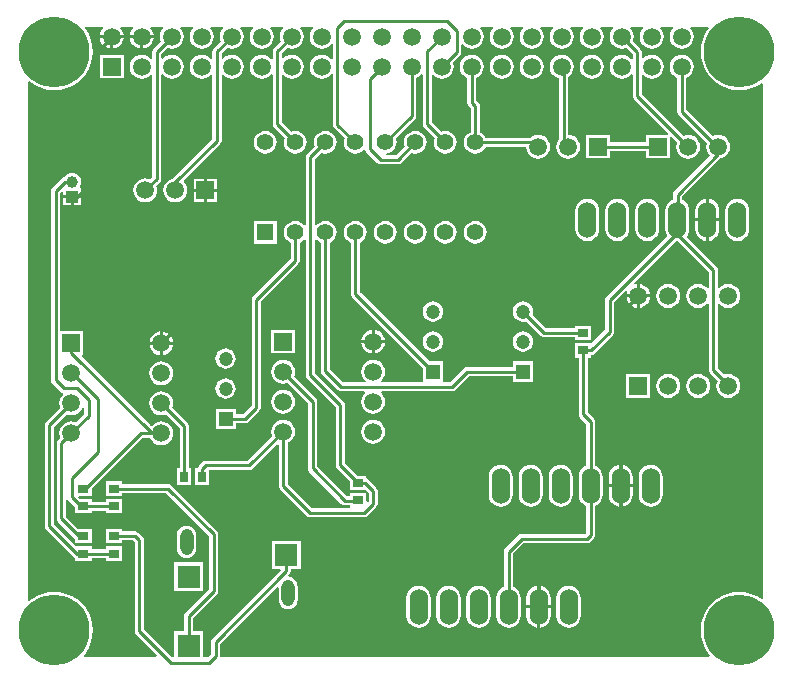
<source format=gbr>
G04 Layer_Physical_Order=1*
G04 Layer_Color=255*
%FSLAX45Y45*%
%MOMM*%
%TF.FileFunction,Copper,L1,Top,Signal*%
%TF.Part,Single*%
G01*
G75*
%TA.AperFunction,ConnectorPad*%
%ADD10R,1.95000X1.90000*%
%TA.AperFunction,SMDPad,CuDef*%
%ADD11R,0.90000X0.70000*%
%ADD12R,0.70000X0.90000*%
%TA.AperFunction,Conductor*%
%ADD13C,0.25400*%
%TA.AperFunction,ComponentPad*%
%ADD14R,1.50000X1.50000*%
%ADD15C,1.50000*%
%TA.AperFunction,ViaPad*%
%ADD16C,6.00000*%
%TA.AperFunction,ComponentPad*%
%ADD17C,1.00000*%
%ADD18R,1.00000X1.00000*%
%ADD19C,1.40000*%
%ADD20R,1.40000X1.40000*%
%ADD21O,1.10800X2.21600*%
%ADD22O,1.52400X3.04800*%
%ADD23C,1.20000*%
%ADD24R,1.20000X1.20000*%
%ADD25R,1.50000X1.50000*%
G36*
X7543284Y7100466D02*
X7535932Y7091858D01*
X7509170Y7048187D01*
X7489569Y7000866D01*
X7477612Y6951063D01*
X7473594Y6900001D01*
X7477612Y6848940D01*
X7489569Y6799137D01*
X7509170Y6751816D01*
X7535932Y6708145D01*
X7569196Y6669197D01*
X7608143Y6635933D01*
X7651815Y6609171D01*
X7699135Y6589571D01*
X7748939Y6577614D01*
X7800000Y6573595D01*
X7851061Y6577614D01*
X7900865Y6589571D01*
X7948185Y6609171D01*
X7988300Y6633754D01*
X8001000Y6628557D01*
Y2271446D01*
X7988300Y2266248D01*
X7948185Y2290831D01*
X7900865Y2310432D01*
X7851061Y2322389D01*
X7800000Y2326407D01*
X7748939Y2322389D01*
X7699135Y2310432D01*
X7651815Y2290831D01*
X7608143Y2264069D01*
X7569196Y2230805D01*
X7535932Y2191858D01*
X7509170Y2148186D01*
X7489569Y2100866D01*
X7477612Y2051062D01*
X7473594Y2000001D01*
X7477612Y1948940D01*
X7489569Y1899136D01*
X7509170Y1851816D01*
X7535932Y1808144D01*
X7551827Y1789534D01*
X7546510Y1778000D01*
X3409558D01*
X3404347Y1784350D01*
Y1886268D01*
X3885805Y2367726D01*
X3898505Y2362465D01*
Y2259602D01*
X3901282Y2238509D01*
X3909423Y2218853D01*
X3922375Y2201975D01*
X3939253Y2189023D01*
X3958909Y2180882D01*
X3980002Y2178105D01*
X4001095Y2180882D01*
X4020751Y2189023D01*
X4037629Y2201975D01*
X4050581Y2218853D01*
X4058722Y2238509D01*
X4061499Y2259602D01*
Y2370402D01*
X4058722Y2391495D01*
X4050581Y2411150D01*
X4037629Y2428029D01*
X4020751Y2440980D01*
X4001095Y2449122D01*
X3987015Y2450976D01*
X3982463Y2464384D01*
X3989970Y2471891D01*
X3998391Y2484494D01*
X4001348Y2499360D01*
Y2519600D01*
X4085402D01*
Y2760400D01*
X3839602D01*
Y2519600D01*
X3909844D01*
X3915104Y2506900D01*
X3338031Y1929827D01*
X3329611Y1917224D01*
X3326653Y1902358D01*
Y1800441D01*
X3304213Y1778000D01*
X3260399D01*
Y1990399D01*
X3176346D01*
Y2102869D01*
X3375189Y2301711D01*
X3383609Y2314314D01*
X3386567Y2329180D01*
Y2814320D01*
X3383609Y2829186D01*
X3375189Y2841789D01*
X2989510Y3227467D01*
X2976907Y3235888D01*
X2962041Y3238845D01*
X2574398D01*
Y3260399D01*
X2433598D01*
Y3139599D01*
X2574398D01*
Y3161152D01*
X2945951D01*
X3308873Y2798229D01*
Y2345271D01*
X3110031Y2146428D01*
X3101610Y2133825D01*
X3098653Y2118959D01*
Y1990399D01*
X3014600D01*
Y1778000D01*
X2988637D01*
X2759187Y2007451D01*
Y2762250D01*
X2756229Y2777116D01*
X2747809Y2789719D01*
X2710059Y2827468D01*
X2697456Y2835889D01*
X2682591Y2838846D01*
X2574398D01*
Y2860399D01*
X2433598D01*
Y2739600D01*
X2574398D01*
Y2761153D01*
X2666500D01*
X2681493Y2746159D01*
Y1991360D01*
X2684451Y1976494D01*
X2692871Y1963891D01*
X2867030Y1789733D01*
X2862169Y1778000D01*
X2253491D01*
X2248174Y1789534D01*
X2264069Y1808144D01*
X2290831Y1851816D01*
X2310432Y1899136D01*
X2322389Y1948940D01*
X2326407Y2000001D01*
X2322389Y2051062D01*
X2310432Y2100866D01*
X2290831Y2148186D01*
X2264069Y2191858D01*
X2230805Y2230805D01*
X2191858Y2264069D01*
X2148186Y2290831D01*
X2100866Y2310432D01*
X2051062Y2322389D01*
X2000001Y2326407D01*
X1948940Y2322389D01*
X1899136Y2310432D01*
X1851816Y2290831D01*
X1808144Y2264069D01*
X1789534Y2248174D01*
X1778000Y2253491D01*
Y6646511D01*
X1789534Y6651829D01*
X1808144Y6635933D01*
X1851816Y6609171D01*
X1899136Y6589571D01*
X1948940Y6577614D01*
X2000001Y6573595D01*
X2051062Y6577614D01*
X2100866Y6589571D01*
X2148186Y6609171D01*
X2191858Y6635933D01*
X2230805Y6669197D01*
X2264069Y6708145D01*
X2290831Y6751816D01*
X2310432Y6799137D01*
X2322389Y6848940D01*
X2326407Y6900001D01*
X2322389Y6951063D01*
X2310432Y7000866D01*
X2290831Y7048187D01*
X2264069Y7091858D01*
X2256717Y7100466D01*
X2262034Y7112000D01*
X2413092D01*
X2417175Y7099974D01*
X2415394Y7098608D01*
X2399301Y7077635D01*
X2389185Y7053211D01*
X2387406Y7039701D01*
X2586595D01*
X2584816Y7053211D01*
X2574699Y7077635D01*
X2558607Y7098608D01*
X2556826Y7099974D01*
X2560908Y7112000D01*
X2667092D01*
X2671175Y7099974D01*
X2669394Y7098608D01*
X2653301Y7077635D01*
X2643185Y7053211D01*
X2641406Y7039701D01*
X2840595D01*
X2838816Y7053211D01*
X2828699Y7077635D01*
X2812607Y7098608D01*
X2810826Y7099974D01*
X2814908Y7112000D01*
X2921092D01*
X2925175Y7099974D01*
X2923394Y7098608D01*
X2907301Y7077635D01*
X2897185Y7053211D01*
X2893734Y7027001D01*
X2897185Y7000792D01*
X2902067Y6989005D01*
X2840191Y6927130D01*
X2831771Y6914527D01*
X2828813Y6899661D01*
Y6844348D01*
X2816113Y6840037D01*
X2812607Y6844608D01*
X2791633Y6860701D01*
X2767210Y6870817D01*
X2741000Y6874268D01*
X2714791Y6870817D01*
X2690367Y6860701D01*
X2669394Y6844608D01*
X2653301Y6823635D01*
X2643185Y6799211D01*
X2639734Y6773001D01*
X2643185Y6746792D01*
X2653301Y6722368D01*
X2669394Y6701395D01*
X2690367Y6685302D01*
X2714791Y6675186D01*
X2741000Y6671735D01*
X2767210Y6675186D01*
X2791633Y6685302D01*
X2812607Y6701395D01*
X2816113Y6705966D01*
X2828813Y6701655D01*
Y5837755D01*
X2808994Y5817936D01*
X2797208Y5822818D01*
X2770998Y5826269D01*
X2744788Y5822818D01*
X2720365Y5812702D01*
X2699392Y5796609D01*
X2683299Y5775636D01*
X2673182Y5751212D01*
X2669732Y5725003D01*
X2673182Y5698793D01*
X2683299Y5674369D01*
X2699392Y5653396D01*
X2720365Y5637303D01*
X2744788Y5627187D01*
X2770998Y5623736D01*
X2797208Y5627187D01*
X2821631Y5637303D01*
X2842604Y5653396D01*
X2858697Y5674369D01*
X2868813Y5698793D01*
X2872264Y5725003D01*
X2868813Y5751212D01*
X2863931Y5762999D01*
X2895129Y5794196D01*
X2903549Y5806799D01*
X2906507Y5821665D01*
Y6702542D01*
X2919207Y6706853D01*
X2923394Y6701395D01*
X2944367Y6685302D01*
X2968791Y6675186D01*
X2995000Y6671735D01*
X3021210Y6675186D01*
X3045633Y6685302D01*
X3066607Y6701395D01*
X3082699Y6722368D01*
X3092816Y6746792D01*
X3096267Y6773001D01*
X3092816Y6799211D01*
X3082699Y6823635D01*
X3066607Y6844608D01*
X3045633Y6860701D01*
X3021210Y6870817D01*
X2995000Y6874268D01*
X2968791Y6870817D01*
X2944367Y6860701D01*
X2923394Y6844608D01*
X2919207Y6839150D01*
X2906507Y6843461D01*
Y6883570D01*
X2957004Y6934068D01*
X2968791Y6929186D01*
X2995000Y6925735D01*
X3021210Y6929186D01*
X3045633Y6939302D01*
X3066607Y6955395D01*
X3082699Y6976368D01*
X3092816Y7000792D01*
X3096267Y7027001D01*
X3092816Y7053211D01*
X3082699Y7077635D01*
X3066607Y7098608D01*
X3064826Y7099974D01*
X3068908Y7112000D01*
X3175092D01*
X3179175Y7099974D01*
X3177394Y7098608D01*
X3161301Y7077635D01*
X3151185Y7053211D01*
X3147734Y7027001D01*
X3151185Y7000792D01*
X3161301Y6976368D01*
X3177394Y6955395D01*
X3198367Y6939302D01*
X3222791Y6929186D01*
X3249000Y6925735D01*
X3275210Y6929186D01*
X3299633Y6939302D01*
X3320607Y6955395D01*
X3336699Y6976368D01*
X3346816Y7000792D01*
X3350267Y7027001D01*
X3346816Y7053211D01*
X3336699Y7077635D01*
X3320607Y7098608D01*
X3318826Y7099974D01*
X3322908Y7112000D01*
X3429092D01*
X3433175Y7099974D01*
X3431394Y7098608D01*
X3415301Y7077635D01*
X3405185Y7053211D01*
X3401734Y7027001D01*
X3405185Y7000792D01*
X3410067Y6989005D01*
X3349710Y6928649D01*
X3341289Y6916046D01*
X3338332Y6901180D01*
Y6842369D01*
X3325632Y6838058D01*
X3320607Y6844608D01*
X3299633Y6860701D01*
X3275210Y6870817D01*
X3249000Y6874268D01*
X3222791Y6870817D01*
X3198367Y6860701D01*
X3177394Y6844608D01*
X3161301Y6823635D01*
X3151185Y6799211D01*
X3147734Y6773001D01*
X3151185Y6746792D01*
X3161301Y6722368D01*
X3177394Y6701395D01*
X3198367Y6685302D01*
X3222791Y6675186D01*
X3249000Y6671735D01*
X3275210Y6675186D01*
X3299633Y6685302D01*
X3320607Y6701395D01*
X3325632Y6707945D01*
X3338332Y6703634D01*
Y6161870D01*
X2999356Y5822893D01*
X2998788Y5822818D01*
X2974365Y5812702D01*
X2953392Y5796609D01*
X2937299Y5775636D01*
X2927182Y5751212D01*
X2923732Y5725003D01*
X2927182Y5698793D01*
X2937299Y5674369D01*
X2953392Y5653396D01*
X2974365Y5637303D01*
X2998788Y5627187D01*
X3024998Y5623736D01*
X3051208Y5627187D01*
X3075631Y5637303D01*
X3096604Y5653396D01*
X3112697Y5674369D01*
X3122813Y5698793D01*
X3126264Y5725003D01*
X3122813Y5751212D01*
X3112697Y5775636D01*
X3096604Y5796609D01*
X3096517Y5796676D01*
X3095686Y5809349D01*
X3404647Y6118310D01*
X3413068Y6130913D01*
X3416025Y6145779D01*
Y6701669D01*
X3428052Y6705752D01*
X3431394Y6701395D01*
X3452367Y6685302D01*
X3476791Y6675186D01*
X3503000Y6671735D01*
X3529210Y6675186D01*
X3553633Y6685302D01*
X3574607Y6701395D01*
X3590699Y6722368D01*
X3600816Y6746792D01*
X3604267Y6773001D01*
X3600816Y6799211D01*
X3590699Y6823635D01*
X3574607Y6844608D01*
X3553633Y6860701D01*
X3529210Y6870817D01*
X3503000Y6874268D01*
X3476791Y6870817D01*
X3452367Y6860701D01*
X3431394Y6844608D01*
X3428052Y6840251D01*
X3416025Y6844334D01*
Y6885089D01*
X3465004Y6934068D01*
X3476791Y6929186D01*
X3503000Y6925735D01*
X3529210Y6929186D01*
X3553633Y6939302D01*
X3574607Y6955395D01*
X3590699Y6976368D01*
X3600816Y7000792D01*
X3604267Y7027001D01*
X3600816Y7053211D01*
X3590699Y7077635D01*
X3574607Y7098608D01*
X3572826Y7099974D01*
X3576908Y7112000D01*
X3683092D01*
X3687175Y7099974D01*
X3685394Y7098608D01*
X3669301Y7077635D01*
X3659185Y7053211D01*
X3655734Y7027001D01*
X3659185Y7000792D01*
X3669301Y6976368D01*
X3685394Y6955395D01*
X3706367Y6939302D01*
X3730791Y6929186D01*
X3757000Y6925735D01*
X3783210Y6929186D01*
X3807633Y6939302D01*
X3828607Y6955395D01*
X3844699Y6976368D01*
X3854816Y7000792D01*
X3858267Y7027001D01*
X3854816Y7053211D01*
X3844699Y7077635D01*
X3828607Y7098608D01*
X3826826Y7099974D01*
X3830908Y7112000D01*
X3937092D01*
X3941175Y7099974D01*
X3939394Y7098608D01*
X3923301Y7077635D01*
X3913185Y7053211D01*
X3909734Y7027001D01*
X3913185Y7000792D01*
X3918067Y6989005D01*
X3858731Y6929670D01*
X3850311Y6917067D01*
X3847353Y6902201D01*
Y6841038D01*
X3834653Y6836727D01*
X3828607Y6844608D01*
X3807633Y6860701D01*
X3783210Y6870817D01*
X3757000Y6874268D01*
X3730791Y6870817D01*
X3706367Y6860701D01*
X3685394Y6844608D01*
X3669301Y6823635D01*
X3659185Y6799211D01*
X3655734Y6773001D01*
X3659185Y6746792D01*
X3669301Y6722368D01*
X3685394Y6701395D01*
X3706367Y6685302D01*
X3730791Y6675186D01*
X3757000Y6671735D01*
X3783210Y6675186D01*
X3807633Y6685302D01*
X3828607Y6701395D01*
X3834653Y6709276D01*
X3847353Y6704965D01*
Y6284803D01*
X3850311Y6269937D01*
X3858731Y6257335D01*
X3950895Y6165171D01*
X3947058Y6155906D01*
X3943779Y6131001D01*
X3947058Y6106097D01*
X3956671Y6082890D01*
X3971962Y6062961D01*
X3991890Y6047670D01*
X4015098Y6038057D01*
X4040002Y6034778D01*
X4064907Y6038057D01*
X4088114Y6047670D01*
X4108042Y6062961D01*
X4123334Y6082890D01*
X4132947Y6106097D01*
X4136225Y6131001D01*
X4132947Y6155906D01*
X4123334Y6179113D01*
X4108042Y6199041D01*
X4088114Y6214333D01*
X4064907Y6223946D01*
X4040002Y6227224D01*
X4015098Y6223946D01*
X4005832Y6220108D01*
X3925047Y6300894D01*
Y6700339D01*
X3937073Y6704421D01*
X3939394Y6701395D01*
X3960367Y6685302D01*
X3984791Y6675186D01*
X4011000Y6671735D01*
X4037210Y6675186D01*
X4061633Y6685302D01*
X4082607Y6701395D01*
X4098699Y6722368D01*
X4108816Y6746792D01*
X4112267Y6773001D01*
X4108816Y6799211D01*
X4098699Y6823635D01*
X4082607Y6844608D01*
X4061633Y6860701D01*
X4037210Y6870817D01*
X4011000Y6874268D01*
X3984791Y6870817D01*
X3960367Y6860701D01*
X3939394Y6844608D01*
X3937073Y6841582D01*
X3925047Y6845664D01*
Y6886110D01*
X3973004Y6934068D01*
X3984791Y6929186D01*
X4011000Y6925735D01*
X4037210Y6929186D01*
X4061633Y6939302D01*
X4082607Y6955395D01*
X4098699Y6976368D01*
X4108816Y7000792D01*
X4112267Y7027001D01*
X4108816Y7053211D01*
X4098699Y7077635D01*
X4082607Y7098608D01*
X4080826Y7099974D01*
X4084908Y7112000D01*
X4191092D01*
X4195175Y7099974D01*
X4193394Y7098608D01*
X4177301Y7077635D01*
X4167185Y7053211D01*
X4163734Y7027001D01*
X4167185Y7000792D01*
X4177301Y6976368D01*
X4193394Y6955395D01*
X4214367Y6939302D01*
X4238791Y6929186D01*
X4265000Y6925735D01*
X4291210Y6929186D01*
X4315633Y6939302D01*
X4336607Y6955395D01*
X4345193Y6966586D01*
X4357893Y6962275D01*
Y6837728D01*
X4345193Y6833417D01*
X4336607Y6844608D01*
X4315633Y6860701D01*
X4291210Y6870817D01*
X4265000Y6874268D01*
X4238791Y6870817D01*
X4214367Y6860701D01*
X4193394Y6844608D01*
X4177301Y6823635D01*
X4167185Y6799211D01*
X4163734Y6773001D01*
X4167185Y6746792D01*
X4177301Y6722368D01*
X4193394Y6701395D01*
X4214367Y6685302D01*
X4238791Y6675186D01*
X4265000Y6671735D01*
X4291210Y6675186D01*
X4315633Y6685302D01*
X4336607Y6701395D01*
X4345193Y6712586D01*
X4357893Y6708275D01*
Y6282263D01*
X4360851Y6267397D01*
X4369271Y6254795D01*
X4458895Y6165171D01*
X4455058Y6155906D01*
X4451779Y6131001D01*
X4455058Y6106097D01*
X4464671Y6082890D01*
X4479962Y6062961D01*
X4499890Y6047670D01*
X4523098Y6038057D01*
X4548002Y6034778D01*
X4572907Y6038057D01*
X4596114Y6047670D01*
X4616042Y6062961D01*
X4618994Y6066809D01*
X4632573Y6063643D01*
X4632631Y6063354D01*
X4641051Y6050751D01*
X4735031Y5956771D01*
X4747634Y5948351D01*
X4762500Y5945393D01*
X4909241D01*
X4924107Y5948351D01*
X4936709Y5956771D01*
X5021832Y6041894D01*
X5031098Y6038057D01*
X5056002Y6034778D01*
X5080907Y6038057D01*
X5104114Y6047670D01*
X5124042Y6062961D01*
X5139334Y6082890D01*
X5148947Y6106097D01*
X5152225Y6131001D01*
X5148947Y6155906D01*
X5139334Y6179113D01*
X5124042Y6199041D01*
X5104114Y6214333D01*
X5080907Y6223946D01*
X5056002Y6227224D01*
X5031098Y6223946D01*
X5007890Y6214333D01*
X4987962Y6199041D01*
X4972671Y6179113D01*
X4963058Y6155906D01*
X4959779Y6131001D01*
X4963058Y6106097D01*
X4966895Y6096832D01*
X4893150Y6023087D01*
X4810494D01*
X4809662Y6035787D01*
X4826907Y6038057D01*
X4850114Y6047670D01*
X4870042Y6062961D01*
X4885334Y6082890D01*
X4894947Y6106097D01*
X4898225Y6131001D01*
X4894947Y6155906D01*
X4891109Y6165171D01*
X5054469Y6328531D01*
X5062890Y6341134D01*
X5065847Y6355999D01*
Y6680420D01*
X5077633Y6685302D01*
X5098607Y6701395D01*
X5104653Y6709276D01*
X5117353Y6704965D01*
Y6284803D01*
X5120311Y6269937D01*
X5128731Y6257335D01*
X5220895Y6165171D01*
X5217058Y6155906D01*
X5213779Y6131001D01*
X5217058Y6106097D01*
X5226671Y6082890D01*
X5241962Y6062961D01*
X5261890Y6047670D01*
X5285098Y6038057D01*
X5310002Y6034778D01*
X5334907Y6038057D01*
X5358114Y6047670D01*
X5378042Y6062961D01*
X5393334Y6082890D01*
X5402947Y6106097D01*
X5406225Y6131001D01*
X5402947Y6155906D01*
X5393334Y6179113D01*
X5378042Y6199041D01*
X5358114Y6214333D01*
X5334907Y6223946D01*
X5310002Y6227224D01*
X5285098Y6223946D01*
X5275832Y6220108D01*
X5195047Y6300894D01*
Y6700339D01*
X5207073Y6704421D01*
X5209394Y6701395D01*
X5230367Y6685302D01*
X5254791Y6675186D01*
X5281000Y6671735D01*
X5307210Y6675186D01*
X5331633Y6685302D01*
X5352607Y6701395D01*
X5368699Y6722368D01*
X5378816Y6746792D01*
X5382267Y6773001D01*
X5378816Y6799211D01*
X5373934Y6810998D01*
X5432589Y6869653D01*
X5441009Y6882255D01*
X5443967Y6897121D01*
Y6959852D01*
X5456667Y6964163D01*
X5463394Y6955395D01*
X5484367Y6939302D01*
X5508791Y6929186D01*
X5535000Y6925735D01*
X5561210Y6929186D01*
X5585633Y6939302D01*
X5606607Y6955395D01*
X5622699Y6976368D01*
X5632816Y7000792D01*
X5636267Y7027001D01*
X5632816Y7053211D01*
X5622699Y7077635D01*
X5606607Y7098608D01*
X5604826Y7099974D01*
X5608908Y7112000D01*
X5715092D01*
X5719175Y7099974D01*
X5717394Y7098608D01*
X5701301Y7077635D01*
X5691185Y7053211D01*
X5687734Y7027001D01*
X5691185Y7000792D01*
X5701301Y6976368D01*
X5717394Y6955395D01*
X5738367Y6939302D01*
X5762791Y6929186D01*
X5789000Y6925735D01*
X5815210Y6929186D01*
X5839633Y6939302D01*
X5860607Y6955395D01*
X5876699Y6976368D01*
X5886816Y7000792D01*
X5890267Y7027001D01*
X5886816Y7053211D01*
X5876699Y7077635D01*
X5860607Y7098608D01*
X5858826Y7099974D01*
X5862908Y7112000D01*
X5969092D01*
X5973175Y7099974D01*
X5971394Y7098608D01*
X5955301Y7077635D01*
X5945185Y7053211D01*
X5941734Y7027001D01*
X5945185Y7000792D01*
X5955301Y6976368D01*
X5971394Y6955395D01*
X5992367Y6939302D01*
X6016791Y6929186D01*
X6043000Y6925735D01*
X6069210Y6929186D01*
X6093633Y6939302D01*
X6114607Y6955395D01*
X6130699Y6976368D01*
X6140816Y7000792D01*
X6144267Y7027001D01*
X6140816Y7053211D01*
X6130699Y7077635D01*
X6114607Y7098608D01*
X6112826Y7099974D01*
X6116908Y7112000D01*
X6223092D01*
X6227175Y7099974D01*
X6225394Y7098608D01*
X6209301Y7077635D01*
X6199185Y7053211D01*
X6195734Y7027001D01*
X6199185Y7000792D01*
X6209301Y6976368D01*
X6225394Y6955395D01*
X6246367Y6939302D01*
X6270791Y6929186D01*
X6297000Y6925735D01*
X6323210Y6929186D01*
X6347633Y6939302D01*
X6368607Y6955395D01*
X6384699Y6976368D01*
X6394816Y7000792D01*
X6398267Y7027001D01*
X6394816Y7053211D01*
X6384699Y7077635D01*
X6368607Y7098608D01*
X6366826Y7099974D01*
X6370908Y7112000D01*
X6477092D01*
X6481175Y7099974D01*
X6479394Y7098608D01*
X6463301Y7077635D01*
X6453185Y7053211D01*
X6449734Y7027001D01*
X6453185Y7000792D01*
X6463301Y6976368D01*
X6479394Y6955395D01*
X6500367Y6939302D01*
X6524791Y6929186D01*
X6551000Y6925735D01*
X6577210Y6929186D01*
X6601633Y6939302D01*
X6622607Y6955395D01*
X6638699Y6976368D01*
X6648816Y7000792D01*
X6652267Y7027001D01*
X6648816Y7053211D01*
X6638699Y7077635D01*
X6622607Y7098608D01*
X6620826Y7099974D01*
X6624908Y7112000D01*
X6731092D01*
X6735175Y7099974D01*
X6733394Y7098608D01*
X6717301Y7077635D01*
X6707185Y7053211D01*
X6703734Y7027001D01*
X6707185Y7000792D01*
X6717301Y6976368D01*
X6733394Y6955395D01*
X6754367Y6939302D01*
X6778791Y6929186D01*
X6805000Y6925735D01*
X6831210Y6929186D01*
X6842997Y6934068D01*
X6895353Y6881711D01*
Y6841038D01*
X6882653Y6836727D01*
X6876607Y6844608D01*
X6855633Y6860701D01*
X6831210Y6870817D01*
X6805000Y6874268D01*
X6778791Y6870817D01*
X6754367Y6860701D01*
X6733394Y6844608D01*
X6717301Y6823635D01*
X6707185Y6799211D01*
X6703734Y6773001D01*
X6707185Y6746792D01*
X6717301Y6722368D01*
X6733394Y6701395D01*
X6754367Y6685302D01*
X6778791Y6675186D01*
X6805000Y6671735D01*
X6831210Y6675186D01*
X6855633Y6685302D01*
X6876607Y6701395D01*
X6882653Y6709276D01*
X6895353Y6704965D01*
Y6527800D01*
X6898311Y6512934D01*
X6906731Y6500331D01*
X7198930Y6208133D01*
X7194069Y6196400D01*
X7011600D01*
Y6134847D01*
X6704400D01*
Y6196400D01*
X6503600D01*
Y5995600D01*
X6704400D01*
Y6057153D01*
X7011600D01*
Y5995600D01*
X7212400D01*
Y6178069D01*
X7224133Y6182930D01*
X7273066Y6133996D01*
X7268184Y6122210D01*
X7264734Y6096000D01*
X7268184Y6069790D01*
X7278301Y6045367D01*
X7294394Y6024394D01*
X7315367Y6008301D01*
X7339790Y5998184D01*
X7366000Y5994734D01*
X7392210Y5998184D01*
X7416633Y6008301D01*
X7437606Y6024394D01*
X7453699Y6045367D01*
X7463816Y6069790D01*
X7467266Y6096000D01*
X7463816Y6122210D01*
X7453699Y6146633D01*
X7437606Y6167606D01*
X7416633Y6183699D01*
X7392210Y6193816D01*
X7366000Y6197266D01*
X7339790Y6193816D01*
X7328004Y6188934D01*
X6973047Y6543891D01*
Y6700339D01*
X6985073Y6704421D01*
X6987394Y6701395D01*
X7008367Y6685302D01*
X7032791Y6675186D01*
X7059000Y6671735D01*
X7085210Y6675186D01*
X7109633Y6685302D01*
X7130607Y6701395D01*
X7146699Y6722368D01*
X7156816Y6746792D01*
X7160267Y6773001D01*
X7156816Y6799211D01*
X7146699Y6823635D01*
X7130607Y6844608D01*
X7109633Y6860701D01*
X7085210Y6870817D01*
X7059000Y6874268D01*
X7032791Y6870817D01*
X7008367Y6860701D01*
X6987394Y6844608D01*
X6985073Y6841582D01*
X6973047Y6845664D01*
Y6897802D01*
X6970089Y6912668D01*
X6961669Y6925270D01*
X6897934Y6989005D01*
X6902816Y7000792D01*
X6906267Y7027001D01*
X6902816Y7053211D01*
X6892699Y7077635D01*
X6876607Y7098608D01*
X6874826Y7099974D01*
X6878908Y7112000D01*
X6985092D01*
X6989175Y7099974D01*
X6987394Y7098608D01*
X6971301Y7077635D01*
X6961185Y7053211D01*
X6957734Y7027001D01*
X6961185Y7000792D01*
X6971301Y6976368D01*
X6987394Y6955395D01*
X7008367Y6939302D01*
X7032791Y6929186D01*
X7059000Y6925735D01*
X7085210Y6929186D01*
X7109633Y6939302D01*
X7130607Y6955395D01*
X7146699Y6976368D01*
X7156816Y7000792D01*
X7160267Y7027001D01*
X7156816Y7053211D01*
X7146699Y7077635D01*
X7130607Y7098608D01*
X7128826Y7099974D01*
X7132908Y7112000D01*
X7239092D01*
X7243175Y7099974D01*
X7241394Y7098608D01*
X7225301Y7077635D01*
X7215185Y7053211D01*
X7211734Y7027001D01*
X7215185Y7000792D01*
X7225301Y6976368D01*
X7241394Y6955395D01*
X7262367Y6939302D01*
X7286791Y6929186D01*
X7313000Y6925735D01*
X7339210Y6929186D01*
X7363633Y6939302D01*
X7384607Y6955395D01*
X7400699Y6976368D01*
X7410816Y7000792D01*
X7414267Y7027001D01*
X7410816Y7053211D01*
X7400699Y7077635D01*
X7384607Y7098608D01*
X7382826Y7099974D01*
X7386908Y7112000D01*
X7537967D01*
X7543284Y7100466D01*
D02*
G37*
%LPC*%
G36*
X2905999Y4278266D02*
X2879789Y4274815D01*
X2855366Y4264699D01*
X2834393Y4248606D01*
X2818300Y4227633D01*
X2808183Y4203209D01*
X2804733Y4177000D01*
X2808183Y4150790D01*
X2818300Y4126366D01*
X2834393Y4105393D01*
X2855366Y4089300D01*
X2879789Y4079184D01*
X2905999Y4075733D01*
X2932209Y4079184D01*
X2956632Y4089300D01*
X2977605Y4105393D01*
X2993698Y4126366D01*
X3003814Y4150790D01*
X3007265Y4177000D01*
X3003814Y4203209D01*
X2993698Y4227633D01*
X2977605Y4248606D01*
X2956632Y4264699D01*
X2932209Y4274815D01*
X2905999Y4278266D01*
D02*
G37*
G36*
X7044399Y4169399D02*
X6843599D01*
Y3968599D01*
X7044399D01*
Y4169399D01*
D02*
G37*
G36*
X2893299Y4418300D02*
X2806405D01*
X2808183Y4404790D01*
X2818300Y4380366D01*
X2834393Y4359393D01*
X2855366Y4343300D01*
X2879789Y4333184D01*
X2893299Y4331405D01*
Y4418300D01*
D02*
G37*
G36*
X3450001Y4386138D02*
X3427707Y4383203D01*
X3406932Y4374598D01*
X3389093Y4360909D01*
X3375404Y4343070D01*
X3366799Y4322295D01*
X3363864Y4300002D01*
X3366799Y4277708D01*
X3375404Y4256933D01*
X3389093Y4239094D01*
X3406932Y4225405D01*
X3427707Y4216800D01*
X3450001Y4213865D01*
X3472295Y4216800D01*
X3493069Y4225405D01*
X3510909Y4239094D01*
X3524597Y4256933D01*
X3533202Y4277708D01*
X3536137Y4300002D01*
X3533202Y4322295D01*
X3524597Y4343070D01*
X3510909Y4360909D01*
X3493069Y4374598D01*
X3472295Y4383203D01*
X3450001Y4386138D01*
D02*
G37*
G36*
X7451999Y4170265D02*
X7425790Y4166814D01*
X7401366Y4156698D01*
X7380393Y4140605D01*
X7364300Y4119632D01*
X7354184Y4095208D01*
X7350733Y4068999D01*
X7354184Y4042789D01*
X7364300Y4018366D01*
X7380393Y3997393D01*
X7401366Y3981300D01*
X7425790Y3971183D01*
X7451999Y3967732D01*
X7478209Y3971183D01*
X7502632Y3981300D01*
X7523605Y3997393D01*
X7539698Y4018366D01*
X7549815Y4042789D01*
X7553266Y4068999D01*
X7549815Y4095208D01*
X7539698Y4119632D01*
X7523605Y4140605D01*
X7502632Y4156698D01*
X7478209Y4166814D01*
X7451999Y4170265D01*
D02*
G37*
G36*
X3450001Y4132138D02*
X3427707Y4129203D01*
X3406932Y4120598D01*
X3389093Y4106909D01*
X3375404Y4089070D01*
X3366799Y4068295D01*
X3363864Y4046002D01*
X3366799Y4023708D01*
X3375404Y4002933D01*
X3389093Y3985094D01*
X3406932Y3971405D01*
X3427707Y3962800D01*
X3450001Y3959865D01*
X3472295Y3962800D01*
X3493069Y3971405D01*
X3510909Y3985094D01*
X3524597Y4002933D01*
X3533202Y4023708D01*
X3536137Y4046002D01*
X3533202Y4068295D01*
X3524597Y4089070D01*
X3510909Y4106909D01*
X3493069Y4120598D01*
X3472295Y4129203D01*
X3450001Y4132138D01*
D02*
G37*
G36*
X3937000Y4038266D02*
X3910790Y4034816D01*
X3886367Y4024699D01*
X3865394Y4008606D01*
X3849301Y3987633D01*
X3839184Y3963210D01*
X3835734Y3937000D01*
X3839184Y3910790D01*
X3849301Y3886367D01*
X3865394Y3865394D01*
X3886367Y3849301D01*
X3910790Y3839184D01*
X3937000Y3835734D01*
X3963210Y3839184D01*
X3987633Y3849301D01*
X4008606Y3865394D01*
X4024699Y3886367D01*
X4034816Y3910790D01*
X4038266Y3937000D01*
X4034816Y3963210D01*
X4024699Y3987633D01*
X4008606Y4008606D01*
X3987633Y4024699D01*
X3963210Y4034816D01*
X3937000Y4038266D01*
D02*
G37*
G36*
X4699000Y3784266D02*
X4672790Y3780816D01*
X4648367Y3770699D01*
X4627394Y3754606D01*
X4611301Y3733633D01*
X4601184Y3709210D01*
X4597734Y3683000D01*
X4601184Y3656790D01*
X4611301Y3632367D01*
X4627394Y3611394D01*
X4648367Y3595301D01*
X4672790Y3585184D01*
X4699000Y3581734D01*
X4725210Y3585184D01*
X4749633Y3595301D01*
X4770606Y3611394D01*
X4786699Y3632367D01*
X4796816Y3656790D01*
X4800266Y3683000D01*
X4796816Y3709210D01*
X4786699Y3733633D01*
X4770606Y3754606D01*
X4749633Y3770699D01*
X4725210Y3780816D01*
X4699000Y3784266D01*
D02*
G37*
G36*
X7197999Y4170265D02*
X7171790Y4166814D01*
X7147366Y4156698D01*
X7126393Y4140605D01*
X7110300Y4119632D01*
X7100184Y4095208D01*
X7096733Y4068999D01*
X7100184Y4042789D01*
X7110300Y4018366D01*
X7126393Y3997393D01*
X7147366Y3981300D01*
X7171790Y3971183D01*
X7197999Y3967732D01*
X7224209Y3971183D01*
X7248632Y3981300D01*
X7269605Y3997393D01*
X7285698Y4018366D01*
X7295815Y4042789D01*
X7299266Y4068999D01*
X7295815Y4095208D01*
X7285698Y4119632D01*
X7269605Y4140605D01*
X7248632Y4156698D01*
X7224209Y4166814D01*
X7197999Y4170265D01*
D02*
G37*
G36*
X3005593Y4418300D02*
X2918699D01*
Y4331405D01*
X2932209Y4333184D01*
X2956632Y4343300D01*
X2977605Y4359393D01*
X2993698Y4380366D01*
X3003814Y4404790D01*
X3005593Y4418300D01*
D02*
G37*
G36*
X2918699Y4530594D02*
Y4443700D01*
X3005593D01*
X3003814Y4457209D01*
X2993698Y4481633D01*
X2977605Y4502606D01*
X2956632Y4518699D01*
X2932209Y4528815D01*
X2918699Y4530594D01*
D02*
G37*
G36*
X2893299D02*
X2879789Y4528815D01*
X2855366Y4518699D01*
X2834393Y4502606D01*
X2818300Y4481633D01*
X2808183Y4457209D01*
X2806405Y4443700D01*
X2893299D01*
Y4530594D01*
D02*
G37*
G36*
X4711700Y4544594D02*
Y4457700D01*
X4798594D01*
X4796816Y4471210D01*
X4786699Y4495633D01*
X4770606Y4516606D01*
X4749633Y4532699D01*
X4725210Y4542816D01*
X4711700Y4544594D01*
D02*
G37*
G36*
X4686300D02*
X4672790Y4542816D01*
X4648367Y4532699D01*
X4627394Y4516606D01*
X4611301Y4495633D01*
X4601184Y4471210D01*
X4599406Y4457700D01*
X4686300D01*
Y4544594D01*
D02*
G37*
G36*
X5969000Y4531137D02*
X5946706Y4528202D01*
X5925932Y4519596D01*
X5908092Y4505908D01*
X5894404Y4488068D01*
X5885798Y4467294D01*
X5882863Y4445000D01*
X5885798Y4422706D01*
X5894404Y4401932D01*
X5908092Y4384092D01*
X5925932Y4370404D01*
X5946706Y4361798D01*
X5969000Y4358863D01*
X5991294Y4361798D01*
X6012068Y4370404D01*
X6029908Y4384092D01*
X6043596Y4401932D01*
X6052202Y4422706D01*
X6055137Y4445000D01*
X6052202Y4467294D01*
X6043596Y4488068D01*
X6029908Y4505908D01*
X6012068Y4519596D01*
X5991294Y4528202D01*
X5969000Y4531137D01*
D02*
G37*
G36*
X4686300Y4432300D02*
X4599406D01*
X4601184Y4418790D01*
X4611301Y4394367D01*
X4627394Y4373394D01*
X4648367Y4357301D01*
X4672790Y4347184D01*
X4686300Y4345406D01*
Y4432300D01*
D02*
G37*
G36*
X4037400Y4545400D02*
X3836600D01*
Y4344600D01*
X4037400D01*
Y4545400D01*
D02*
G37*
G36*
X5207000Y4531137D02*
X5184706Y4528202D01*
X5163932Y4519596D01*
X5146092Y4505908D01*
X5132404Y4488068D01*
X5123798Y4467294D01*
X5120863Y4445000D01*
X5123798Y4422706D01*
X5132404Y4401932D01*
X5146092Y4384092D01*
X5163932Y4370404D01*
X5184706Y4361798D01*
X5207000Y4358863D01*
X5229294Y4361798D01*
X5250068Y4370404D01*
X5267908Y4384092D01*
X5281596Y4401932D01*
X5290202Y4422706D01*
X5293137Y4445000D01*
X5290202Y4467294D01*
X5281596Y4488068D01*
X5267908Y4505908D01*
X5250068Y4519596D01*
X5229294Y4528202D01*
X5207000Y4531137D01*
D02*
G37*
G36*
X4798594Y4432300D02*
X4711700D01*
Y4345406D01*
X4725210Y4347184D01*
X4749633Y4357301D01*
X4770606Y4373394D01*
X4786699Y4394367D01*
X4796816Y4418790D01*
X4798594Y4432300D01*
D02*
G37*
G36*
X6087298Y2377006D02*
X6073475Y2375186D01*
X6048760Y2364948D01*
X6027536Y2348663D01*
X6011250Y2327439D01*
X6001013Y2302724D01*
X5997521Y2276201D01*
Y2212701D01*
X6087298D01*
Y2377006D01*
D02*
G37*
G36*
X6202475Y2187301D02*
X6112698D01*
Y2022996D01*
X6126521Y2024816D01*
X6151236Y2035053D01*
X6172460Y2051339D01*
X6188746Y2072562D01*
X6198983Y2097278D01*
X6202475Y2123801D01*
Y2187301D01*
D02*
G37*
G36*
X3260399Y2575401D02*
X3014600D01*
Y2334602D01*
X3260399D01*
Y2575401D01*
D02*
G37*
G36*
X6112698Y2377006D02*
Y2212701D01*
X6202475D01*
Y2276201D01*
X6198983Y2302724D01*
X6188746Y2327439D01*
X6172460Y2348663D01*
X6151236Y2364948D01*
X6126521Y2375186D01*
X6112698Y2377006D01*
D02*
G37*
G36*
X6087298Y2187301D02*
X5997521D01*
Y2123801D01*
X6001013Y2097278D01*
X6011250Y2072562D01*
X6027536Y2051339D01*
X6048760Y2035053D01*
X6073475Y2024816D01*
X6087298Y2022996D01*
Y2187301D01*
D02*
G37*
G36*
X5337998Y2378677D02*
X5311475Y2375186D01*
X5286760Y2364948D01*
X5265536Y2348663D01*
X5249250Y2327439D01*
X5239013Y2302724D01*
X5235521Y2276201D01*
Y2123801D01*
X5239013Y2097278D01*
X5249250Y2072562D01*
X5265536Y2051339D01*
X5286760Y2035053D01*
X5311475Y2024816D01*
X5337998Y2021324D01*
X5364521Y2024816D01*
X5389236Y2035053D01*
X5410460Y2051339D01*
X5426746Y2072562D01*
X5436983Y2097278D01*
X5440475Y2123801D01*
Y2276201D01*
X5436983Y2302724D01*
X5426746Y2327439D01*
X5410460Y2348663D01*
X5389236Y2364948D01*
X5364521Y2375186D01*
X5337998Y2378677D01*
D02*
G37*
G36*
X5083998D02*
X5057475Y2375186D01*
X5032760Y2364948D01*
X5011536Y2348663D01*
X4995250Y2327439D01*
X4985013Y2302724D01*
X4981521Y2276201D01*
Y2123801D01*
X4985013Y2097278D01*
X4995250Y2072562D01*
X5011536Y2051339D01*
X5032760Y2035053D01*
X5057475Y2024816D01*
X5083998Y2021324D01*
X5110521Y2024816D01*
X5135236Y2035053D01*
X5156460Y2051339D01*
X5172746Y2072562D01*
X5182983Y2097278D01*
X5186475Y2123801D01*
Y2276201D01*
X5182983Y2302724D01*
X5172746Y2327439D01*
X5156460Y2348663D01*
X5135236Y2364948D01*
X5110521Y2375186D01*
X5083998Y2378677D01*
D02*
G37*
G36*
X6353998D02*
X6327475Y2375186D01*
X6302760Y2364948D01*
X6281536Y2348663D01*
X6265250Y2327439D01*
X6255013Y2302724D01*
X6251521Y2276201D01*
Y2123801D01*
X6255013Y2097278D01*
X6265250Y2072562D01*
X6281536Y2051339D01*
X6302760Y2035053D01*
X6327475Y2024816D01*
X6353998Y2021324D01*
X6380521Y2024816D01*
X6405236Y2035053D01*
X6426460Y2051339D01*
X6442746Y2072562D01*
X6452983Y2097278D01*
X6456475Y2123801D01*
Y2276201D01*
X6452983Y2302724D01*
X6442746Y2327439D01*
X6426460Y2348663D01*
X6405236Y2364948D01*
X6380521Y2375186D01*
X6353998Y2378677D01*
D02*
G37*
G36*
X5591998D02*
X5565475Y2375186D01*
X5540760Y2364948D01*
X5519536Y2348663D01*
X5503250Y2327439D01*
X5493013Y2302724D01*
X5489521Y2276201D01*
Y2123801D01*
X5493013Y2097278D01*
X5503250Y2072562D01*
X5519536Y2051339D01*
X5540760Y2035053D01*
X5565475Y2024816D01*
X5591998Y2021324D01*
X5618521Y2024816D01*
X5643236Y2035053D01*
X5664460Y2051339D01*
X5680746Y2072562D01*
X5690983Y2097278D01*
X5694475Y2123801D01*
Y2276201D01*
X5690983Y2302724D01*
X5680746Y2327439D01*
X5664460Y2348663D01*
X5643236Y2364948D01*
X5618521Y2375186D01*
X5591998Y2378677D01*
D02*
G37*
G36*
X3119999Y2886899D02*
X3098906Y2884122D01*
X3079250Y2875981D01*
X3062372Y2863029D01*
X3049420Y2846151D01*
X3041279Y2826495D01*
X3038502Y2805402D01*
Y2694602D01*
X3041279Y2673509D01*
X3049420Y2653853D01*
X3062372Y2636975D01*
X3079250Y2624023D01*
X3098906Y2615882D01*
X3119999Y2613105D01*
X3141092Y2615882D01*
X3160748Y2624023D01*
X3177626Y2636975D01*
X3190578Y2653853D01*
X3198719Y2673509D01*
X3201496Y2694602D01*
Y2805402D01*
X3198719Y2826495D01*
X3190578Y2846151D01*
X3177626Y2863029D01*
X3160748Y2875981D01*
X3141092Y2884122D01*
X3119999Y2886899D01*
D02*
G37*
G36*
X2905999Y4024266D02*
X2879789Y4020815D01*
X2855366Y4010699D01*
X2834393Y3994606D01*
X2818300Y3973633D01*
X2808183Y3949209D01*
X2804733Y3923000D01*
X2808183Y3896790D01*
X2818300Y3872366D01*
X2834393Y3851393D01*
X2855366Y3835300D01*
X2879789Y3825184D01*
X2905999Y3821733D01*
X2932209Y3825184D01*
X2943995Y3830066D01*
X3061157Y3712904D01*
Y3372400D01*
X3039604D01*
Y3231600D01*
X3160404D01*
Y3372400D01*
X3138850D01*
Y3728994D01*
X3135893Y3743860D01*
X3127473Y3756463D01*
X2998932Y3885003D01*
X3003814Y3896790D01*
X3007265Y3923000D01*
X3003814Y3949209D01*
X2993698Y3973633D01*
X2977605Y3994606D01*
X2956632Y4010699D01*
X2932209Y4020815D01*
X2905999Y4024266D01*
D02*
G37*
G36*
X6898475Y3212302D02*
X6808699D01*
Y3047997D01*
X6822522Y3049817D01*
X6847237Y3060055D01*
X6868461Y3076340D01*
X6884746Y3097564D01*
X6894984Y3122280D01*
X6898475Y3148802D01*
Y3212302D01*
D02*
G37*
G36*
X6808699Y3402007D02*
Y3237702D01*
X6898475D01*
Y3301202D01*
X6894984Y3327725D01*
X6884746Y3352441D01*
X6868461Y3373665D01*
X6847237Y3389950D01*
X6822522Y3400188D01*
X6808699Y3402007D01*
D02*
G37*
G36*
X6783299D02*
X6769476Y3400188D01*
X6744760Y3389950D01*
X6723536Y3373665D01*
X6707251Y3352441D01*
X6697014Y3327725D01*
X6693522Y3301202D01*
Y3237702D01*
X6783299D01*
Y3402007D01*
D02*
G37*
G36*
Y3212302D02*
X6693522D01*
Y3148802D01*
X6697014Y3122280D01*
X6707251Y3097564D01*
X6723536Y3076340D01*
X6744760Y3060055D01*
X6769476Y3049817D01*
X6783299Y3047997D01*
Y3212302D01*
D02*
G37*
G36*
X6033999Y3403679D02*
X6007476Y3400188D01*
X5982760Y3389950D01*
X5961536Y3373665D01*
X5945251Y3352441D01*
X5935014Y3327725D01*
X5931522Y3301202D01*
Y3148802D01*
X5935014Y3122280D01*
X5945251Y3097564D01*
X5961536Y3076340D01*
X5982760Y3060055D01*
X6007476Y3049817D01*
X6033999Y3046326D01*
X6060522Y3049817D01*
X6085237Y3060055D01*
X6106461Y3076340D01*
X6122746Y3097564D01*
X6132984Y3122280D01*
X6136475Y3148802D01*
Y3301202D01*
X6132984Y3327725D01*
X6122746Y3352441D01*
X6106461Y3373665D01*
X6085237Y3389950D01*
X6060522Y3400188D01*
X6033999Y3403679D01*
D02*
G37*
G36*
X5779999D02*
X5753476Y3400188D01*
X5728760Y3389950D01*
X5707536Y3373665D01*
X5691251Y3352441D01*
X5681014Y3327725D01*
X5677522Y3301202D01*
Y3148802D01*
X5681014Y3122280D01*
X5691251Y3097564D01*
X5707536Y3076340D01*
X5728760Y3060055D01*
X5753476Y3049817D01*
X5779999Y3046326D01*
X5806522Y3049817D01*
X5831237Y3060055D01*
X5852461Y3076340D01*
X5868746Y3097564D01*
X5878984Y3122280D01*
X5882475Y3148802D01*
Y3301202D01*
X5878984Y3327725D01*
X5868746Y3352441D01*
X5852461Y3373665D01*
X5831237Y3389950D01*
X5806522Y3400188D01*
X5779999Y3403679D01*
D02*
G37*
G36*
X7049999D02*
X7023476Y3400188D01*
X6998760Y3389950D01*
X6977536Y3373665D01*
X6961251Y3352441D01*
X6951014Y3327725D01*
X6947522Y3301202D01*
Y3148802D01*
X6951014Y3122280D01*
X6961251Y3097564D01*
X6977536Y3076340D01*
X6998760Y3060055D01*
X7023476Y3049817D01*
X7049999Y3046326D01*
X7076522Y3049817D01*
X7101237Y3060055D01*
X7122461Y3076340D01*
X7138746Y3097564D01*
X7148984Y3122280D01*
X7152475Y3148802D01*
Y3301202D01*
X7148984Y3327725D01*
X7138746Y3352441D01*
X7122461Y3373665D01*
X7101237Y3389950D01*
X7076522Y3400188D01*
X7049999Y3403679D01*
D02*
G37*
G36*
X6287999D02*
X6261476Y3400188D01*
X6236760Y3389950D01*
X6215536Y3373665D01*
X6199251Y3352441D01*
X6189014Y3327725D01*
X6185522Y3301202D01*
Y3148802D01*
X6189014Y3122280D01*
X6199251Y3097564D01*
X6215536Y3076340D01*
X6236760Y3060055D01*
X6261476Y3049817D01*
X6287999Y3046326D01*
X6314522Y3049817D01*
X6339237Y3060055D01*
X6360461Y3076340D01*
X6376746Y3097564D01*
X6386984Y3122280D01*
X6390475Y3148802D01*
Y3301202D01*
X6386984Y3327725D01*
X6376746Y3352441D01*
X6360461Y3373665D01*
X6339237Y3389950D01*
X6314522Y3400188D01*
X6287999Y3403679D01*
D02*
G37*
G36*
X5969000Y4785137D02*
X5946706Y4782202D01*
X5925932Y4773596D01*
X5908092Y4759908D01*
X5894404Y4742068D01*
X5885798Y4721294D01*
X5882863Y4699000D01*
X5885798Y4676706D01*
X5894404Y4655932D01*
X5908092Y4638092D01*
X5925932Y4624404D01*
X5946706Y4615798D01*
X5969000Y4612863D01*
X5991294Y4615798D01*
X5995516Y4617547D01*
X6120530Y4492533D01*
X6133133Y4484112D01*
X6147999Y4481155D01*
X6406600D01*
Y4459601D01*
X6547400D01*
Y4580401D01*
X6406600D01*
Y4558848D01*
X6164090D01*
X6050453Y4672484D01*
X6052202Y4676706D01*
X6055137Y4699000D01*
X6052202Y4721294D01*
X6043596Y4742068D01*
X6029908Y4759908D01*
X6012068Y4773596D01*
X5991294Y4782202D01*
X5969000Y4785137D01*
D02*
G37*
G36*
X3379398Y5825402D02*
X3291698D01*
Y5737703D01*
X3379398D01*
Y5825402D01*
D02*
G37*
G36*
X3266298D02*
X3178598D01*
Y5737703D01*
X3266298D01*
Y5825402D01*
D02*
G37*
G36*
X6297000Y6874268D02*
X6270791Y6870817D01*
X6246367Y6860701D01*
X6225394Y6844608D01*
X6209301Y6823635D01*
X6199185Y6799211D01*
X6195734Y6773001D01*
X6199185Y6746792D01*
X6209301Y6722368D01*
X6225394Y6701395D01*
X6246367Y6685302D01*
X6270791Y6675186D01*
X6273053Y6674888D01*
Y6160646D01*
X6262301Y6146633D01*
X6252184Y6122210D01*
X6248734Y6096000D01*
X6252184Y6069790D01*
X6262301Y6045367D01*
X6278394Y6024394D01*
X6299367Y6008301D01*
X6323790Y5998184D01*
X6350000Y5994734D01*
X6376210Y5998184D01*
X6400633Y6008301D01*
X6421606Y6024394D01*
X6437699Y6045367D01*
X6447816Y6069790D01*
X6451266Y6096000D01*
X6447816Y6122210D01*
X6437699Y6146633D01*
X6421606Y6167606D01*
X6400633Y6183699D01*
X6376210Y6193816D01*
X6350747Y6197168D01*
Y6687691D01*
X6368607Y6701395D01*
X6384699Y6722368D01*
X6394816Y6746792D01*
X6398267Y6773001D01*
X6394816Y6799211D01*
X6384699Y6823635D01*
X6368607Y6844608D01*
X6347633Y6860701D01*
X6323210Y6870817D01*
X6297000Y6874268D01*
D02*
G37*
G36*
X5535000D02*
X5508791Y6870817D01*
X5484367Y6860701D01*
X5463394Y6844608D01*
X5447301Y6823635D01*
X5437185Y6799211D01*
X5433734Y6773001D01*
X5437185Y6746792D01*
X5447301Y6722368D01*
X5463394Y6701395D01*
X5484367Y6685302D01*
X5496154Y6680420D01*
Y6465362D01*
X5499111Y6450496D01*
X5507532Y6437893D01*
X5525156Y6420269D01*
Y6218170D01*
X5515890Y6214333D01*
X5495962Y6199041D01*
X5480671Y6179113D01*
X5471058Y6155906D01*
X5467779Y6131001D01*
X5471058Y6106097D01*
X5480671Y6082890D01*
X5495962Y6062961D01*
X5515890Y6047670D01*
X5539098Y6038057D01*
X5564002Y6034778D01*
X5588907Y6038057D01*
X5612114Y6047670D01*
X5632042Y6062961D01*
X5647334Y6082890D01*
X5651171Y6092155D01*
X5995240D01*
X5998184Y6069790D01*
X6008301Y6045367D01*
X6024394Y6024394D01*
X6045367Y6008301D01*
X6069790Y5998184D01*
X6096000Y5994734D01*
X6122210Y5998184D01*
X6146633Y6008301D01*
X6167606Y6024394D01*
X6183699Y6045367D01*
X6193816Y6069790D01*
X6197266Y6096000D01*
X6193816Y6122210D01*
X6183699Y6146633D01*
X6167606Y6167606D01*
X6146633Y6183699D01*
X6122210Y6193816D01*
X6096000Y6197266D01*
X6069790Y6193816D01*
X6045367Y6183699D01*
X6027315Y6169848D01*
X5651171D01*
X5647334Y6179113D01*
X5632042Y6199041D01*
X5612114Y6214333D01*
X5602849Y6218170D01*
Y6436360D01*
X5599892Y6451226D01*
X5591471Y6463829D01*
X5573847Y6481452D01*
Y6680420D01*
X5585633Y6685302D01*
X5606607Y6701395D01*
X5622699Y6722368D01*
X5632816Y6746792D01*
X5636267Y6773001D01*
X5632816Y6799211D01*
X5622699Y6823635D01*
X5606607Y6844608D01*
X5585633Y6860701D01*
X5561210Y6870817D01*
X5535000Y6874268D01*
D02*
G37*
G36*
X2149998Y5876049D02*
X2130315Y5873458D01*
X2111973Y5865860D01*
X2096222Y5853774D01*
X2084137Y5838024D01*
X2083609Y5836751D01*
X2079273Y5835888D01*
X2066670Y5827467D01*
X1984211Y5745009D01*
X1975791Y5732406D01*
X1972833Y5717540D01*
Y4119880D01*
X1975791Y4105014D01*
X1984211Y4092411D01*
X2055331Y4021291D01*
X2067934Y4012871D01*
X2073810Y4011702D01*
X2076977Y3998123D01*
X2072393Y3994606D01*
X2056300Y3973633D01*
X2046183Y3949209D01*
X2042733Y3923000D01*
X2046183Y3896790D01*
X2051065Y3885003D01*
X1928331Y3762269D01*
X1919911Y3749667D01*
X1916953Y3734801D01*
Y2883682D01*
X1919911Y2868816D01*
X1928331Y2856214D01*
X2162011Y2622534D01*
X2174614Y2614113D01*
X2175600Y2613917D01*
Y2589602D01*
X2316400D01*
Y2611156D01*
X2433598D01*
Y2589602D01*
X2574398D01*
Y2710402D01*
X2433598D01*
Y2688849D01*
X2316400D01*
Y2710402D01*
X2184017D01*
X1994647Y2899773D01*
Y3718710D01*
X2106002Y3830066D01*
X2117789Y3825184D01*
X2143999Y3821733D01*
X2170209Y3825184D01*
X2194632Y3835300D01*
X2215605Y3851393D01*
X2231698Y3872366D01*
X2239533Y3891283D01*
X2252233Y3888757D01*
Y3832172D01*
X2181995Y3761933D01*
X2170209Y3766815D01*
X2143999Y3770266D01*
X2117789Y3766815D01*
X2093366Y3756699D01*
X2072393Y3740606D01*
X2056300Y3719633D01*
X2046183Y3695209D01*
X2042733Y3669000D01*
X2046183Y3642790D01*
X2051065Y3631003D01*
X2029931Y3609869D01*
X2021511Y3597267D01*
X2018553Y3582401D01*
Y2947319D01*
X2021511Y2932454D01*
X2029931Y2919851D01*
X2175600Y2774182D01*
Y2739600D01*
X2316400D01*
Y2860399D01*
X2199257D01*
X2096247Y2963410D01*
Y3117983D01*
X2108947Y3119234D01*
X2110411Y3111874D01*
X2118831Y3099271D01*
X2175600Y3042503D01*
Y2989602D01*
X2316400D01*
Y3011155D01*
X2433598D01*
Y2989602D01*
X2574398D01*
Y3110401D01*
X2433598D01*
Y3088848D01*
X2316400D01*
Y3110401D01*
X2217576D01*
X2200112Y3127865D01*
X2204972Y3139599D01*
X2316400D01*
Y3202045D01*
X2753086Y3630153D01*
X2813418D01*
X2818300Y3618366D01*
X2834393Y3597393D01*
X2855366Y3581300D01*
X2879789Y3571184D01*
X2905999Y3567733D01*
X2932209Y3571184D01*
X2956632Y3581300D01*
X2977605Y3597393D01*
X2993698Y3618366D01*
X3003814Y3642790D01*
X3007265Y3669000D01*
X3003814Y3695209D01*
X2993698Y3719633D01*
X2977605Y3740606D01*
X2956632Y3756699D01*
X2932209Y3766815D01*
X2905999Y3770266D01*
X2879789Y3766815D01*
X2855366Y3756699D01*
X2834393Y3740606D01*
X2829279Y3733942D01*
X2816606Y3733111D01*
X2230851Y4318866D01*
X2235711Y4330600D01*
X2244399D01*
Y4531399D01*
X2050527D01*
Y5701449D01*
X2062865Y5713788D01*
X2074598Y5708928D01*
Y5685699D01*
X2149998D01*
X2225398D01*
Y5748398D01*
X2219801D01*
X2214184Y5759789D01*
X2215860Y5761973D01*
X2223458Y5780315D01*
X2226049Y5799999D01*
X2223458Y5819682D01*
X2215860Y5838024D01*
X2203774Y5853774D01*
X2188024Y5865860D01*
X2169682Y5873458D01*
X2149998Y5876049D01*
D02*
G37*
G36*
X2225398Y5660299D02*
X2162698D01*
Y5597599D01*
X2225398D01*
Y5660299D01*
D02*
G37*
G36*
X2137298D02*
X2074598D01*
Y5597599D01*
X2137298D01*
Y5660299D01*
D02*
G37*
G36*
X3379398Y5712303D02*
X3291698D01*
Y5624603D01*
X3379398D01*
Y5712303D01*
D02*
G37*
G36*
X3266298D02*
X3178598D01*
Y5624603D01*
X3266298D01*
Y5712303D01*
D02*
G37*
G36*
X3786002Y6227224D02*
X3761098Y6223946D01*
X3737890Y6214333D01*
X3717962Y6199041D01*
X3702671Y6179113D01*
X3693058Y6155906D01*
X3689779Y6131001D01*
X3693058Y6106097D01*
X3702671Y6082890D01*
X3717962Y6062961D01*
X3737890Y6047670D01*
X3761098Y6038057D01*
X3786002Y6034778D01*
X3810907Y6038057D01*
X3834114Y6047670D01*
X3854042Y6062961D01*
X3869334Y6082890D01*
X3878947Y6106097D01*
X3882225Y6131001D01*
X3878947Y6155906D01*
X3869334Y6179113D01*
X3854042Y6199041D01*
X3834114Y6214333D01*
X3810907Y6223946D01*
X3786002Y6227224D01*
D02*
G37*
G36*
X2586595Y7014301D02*
X2499700D01*
Y6927407D01*
X2513210Y6929186D01*
X2537633Y6939302D01*
X2558607Y6955395D01*
X2574699Y6976368D01*
X2584816Y7000792D01*
X2586595Y7014301D01*
D02*
G37*
G36*
X2474300D02*
X2387406D01*
X2389185Y7000792D01*
X2399301Y6976368D01*
X2415394Y6955395D01*
X2436367Y6939302D01*
X2460791Y6929186D01*
X2474300Y6927407D01*
Y7014301D01*
D02*
G37*
G36*
X2840595D02*
X2753700D01*
Y6927407D01*
X2767210Y6929186D01*
X2791633Y6939302D01*
X2812607Y6955395D01*
X2828699Y6976368D01*
X2838816Y7000792D01*
X2840595Y7014301D01*
D02*
G37*
G36*
X2728300D02*
X2641406D01*
X2643185Y7000792D01*
X2653301Y6976368D01*
X2669394Y6955395D01*
X2690367Y6939302D01*
X2714791Y6929186D01*
X2728300Y6927407D01*
Y7014301D01*
D02*
G37*
G36*
X2587400Y6873401D02*
X2386601D01*
Y6672602D01*
X2587400D01*
Y6873401D01*
D02*
G37*
G36*
X5789000Y6874268D02*
X5762791Y6870817D01*
X5738367Y6860701D01*
X5717394Y6844608D01*
X5701301Y6823635D01*
X5691185Y6799211D01*
X5687734Y6773001D01*
X5691185Y6746792D01*
X5701301Y6722368D01*
X5717394Y6701395D01*
X5738367Y6685302D01*
X5762791Y6675186D01*
X5789000Y6671735D01*
X5815210Y6675186D01*
X5839633Y6685302D01*
X5860607Y6701395D01*
X5876699Y6722368D01*
X5886816Y6746792D01*
X5890267Y6773001D01*
X5886816Y6799211D01*
X5876699Y6823635D01*
X5860607Y6844608D01*
X5839633Y6860701D01*
X5815210Y6870817D01*
X5789000Y6874268D01*
D02*
G37*
G36*
X4294002Y6227224D02*
X4269098Y6223946D01*
X4245890Y6214333D01*
X4225962Y6199041D01*
X4210671Y6179113D01*
X4201058Y6155906D01*
X4197779Y6131001D01*
X4201058Y6106097D01*
X4204895Y6096832D01*
X4140671Y6032608D01*
X4132251Y6020005D01*
X4129293Y6005139D01*
Y5430208D01*
X4116593Y5425897D01*
X4108042Y5437041D01*
X4088114Y5452333D01*
X4064907Y5461946D01*
X4040002Y5465224D01*
X4015098Y5461946D01*
X3991890Y5452333D01*
X3971962Y5437041D01*
X3956671Y5417113D01*
X3947058Y5393906D01*
X3943779Y5369001D01*
X3947058Y5344097D01*
X3956671Y5320890D01*
X3971962Y5300961D01*
X3991890Y5285670D01*
X3999753Y5282413D01*
Y5146891D01*
X3680931Y4828069D01*
X3672511Y4815466D01*
X3669553Y4800600D01*
Y3902291D01*
X3598111Y3830848D01*
X3535401D01*
Y3877401D01*
X3364601D01*
Y3706602D01*
X3535401D01*
Y3753155D01*
X3614202D01*
X3629067Y3756112D01*
X3641670Y3764533D01*
X3735869Y3858731D01*
X3744289Y3871334D01*
X3747247Y3886200D01*
Y4784509D01*
X4066069Y5103331D01*
X4074489Y5115934D01*
X4077447Y5130800D01*
Y5281251D01*
X4088114Y5285670D01*
X4108042Y5300961D01*
X4116593Y5312105D01*
X4129293Y5307794D01*
Y4163060D01*
X4132251Y4148194D01*
X4140671Y4135591D01*
X4383293Y3892969D01*
Y3399861D01*
X4386251Y3384995D01*
X4394671Y3372393D01*
X4501600Y3265464D01*
Y3189601D01*
X4635883D01*
X4660153Y3165330D01*
Y3094044D01*
X4655100Y3090174D01*
X4642400Y3096444D01*
Y3160399D01*
X4501600D01*
Y3137647D01*
X4473791D01*
X4224838Y3386600D01*
Y3936929D01*
X4221881Y3951795D01*
X4213460Y3964397D01*
X4028446Y4149412D01*
X4034816Y4164790D01*
X4038266Y4191000D01*
X4034816Y4217210D01*
X4024699Y4241633D01*
X4008606Y4262606D01*
X3987633Y4278699D01*
X3963210Y4288816D01*
X3937000Y4292266D01*
X3910790Y4288816D01*
X3886367Y4278699D01*
X3865394Y4262606D01*
X3849301Y4241633D01*
X3839184Y4217210D01*
X3835734Y4191000D01*
X3839184Y4164790D01*
X3849301Y4140367D01*
X3865394Y4119394D01*
X3886367Y4103301D01*
X3910790Y4093184D01*
X3937000Y4089734D01*
X3963210Y4093184D01*
X3971404Y4096579D01*
X4147145Y3920838D01*
Y3370509D01*
X4150102Y3355643D01*
X4158523Y3343040D01*
X4430231Y3071331D01*
X4442834Y3062911D01*
X4457700Y3059953D01*
X4501600D01*
Y3039599D01*
X4490372Y3036047D01*
X4181691D01*
X3975847Y3241891D01*
Y3590419D01*
X3987633Y3595301D01*
X4008606Y3611394D01*
X4024699Y3632367D01*
X4034816Y3656790D01*
X4038266Y3683000D01*
X4034816Y3709210D01*
X4024699Y3733633D01*
X4008606Y3754606D01*
X3987633Y3770699D01*
X3963210Y3780816D01*
X3937000Y3784266D01*
X3910790Y3780816D01*
X3886367Y3770699D01*
X3865394Y3754606D01*
X3849301Y3733633D01*
X3839184Y3709210D01*
X3835734Y3683000D01*
X3839184Y3656790D01*
X3844066Y3645004D01*
X3635159Y3436097D01*
X3281751D01*
X3266885Y3433139D01*
X3254283Y3424719D01*
X3222533Y3392969D01*
X3214112Y3380366D01*
X3212527Y3372400D01*
X3189601D01*
Y3231600D01*
X3310401D01*
Y3358403D01*
X3651250D01*
X3666116Y3361361D01*
X3678719Y3369781D01*
X3886420Y3577483D01*
X3898153Y3572623D01*
Y3225800D01*
X3901111Y3210934D01*
X3909531Y3198331D01*
X4138131Y2969731D01*
X4150734Y2961311D01*
X4165600Y2958353D01*
X4622800D01*
X4637666Y2961311D01*
X4650269Y2969731D01*
X4726469Y3045931D01*
X4734889Y3058534D01*
X4737847Y3073400D01*
Y3181421D01*
X4734889Y3196287D01*
X4726469Y3208890D01*
X4657889Y3277470D01*
X4645286Y3285891D01*
X4642400Y3286465D01*
Y3310401D01*
X4566537D01*
X4460987Y3415952D01*
Y3909060D01*
X4458029Y3923926D01*
X4449609Y3936529D01*
X4206987Y4179151D01*
Y5304828D01*
X4219687Y5309139D01*
X4225962Y5300961D01*
X4245890Y5285670D01*
X4256293Y5281361D01*
Y4196080D01*
X4259251Y4181214D01*
X4267671Y4168611D01*
X4402291Y4033991D01*
X4414894Y4025571D01*
X4429760Y4022613D01*
X4625893D01*
X4629976Y4010587D01*
X4627394Y4008606D01*
X4611301Y3987633D01*
X4601184Y3963210D01*
X4597734Y3937000D01*
X4601184Y3910790D01*
X4611301Y3886367D01*
X4627394Y3865394D01*
X4648367Y3849301D01*
X4672790Y3839184D01*
X4699000Y3835734D01*
X4725210Y3839184D01*
X4749633Y3849301D01*
X4770606Y3865394D01*
X4786699Y3886367D01*
X4796816Y3910790D01*
X4800266Y3937000D01*
X4796816Y3963210D01*
X4786699Y3987633D01*
X4770606Y4008606D01*
X4768024Y4010587D01*
X4772107Y4022613D01*
X5367020D01*
X5381886Y4025571D01*
X5394489Y4033991D01*
X5512651Y4152153D01*
X5883600D01*
Y4105600D01*
X6054400D01*
Y4276400D01*
X5883600D01*
Y4229847D01*
X5496560D01*
X5481694Y4226889D01*
X5469091Y4218469D01*
X5350929Y4100307D01*
X5302907D01*
X5292400Y4105600D01*
X5292400Y4113007D01*
Y4276400D01*
X5176537D01*
X4586849Y4866089D01*
Y5281832D01*
X4596114Y5285670D01*
X4616042Y5300961D01*
X4631334Y5320890D01*
X4640947Y5344097D01*
X4644225Y5369001D01*
X4640947Y5393906D01*
X4631334Y5417113D01*
X4616042Y5437041D01*
X4596114Y5452333D01*
X4572907Y5461946D01*
X4548002Y5465224D01*
X4523098Y5461946D01*
X4499890Y5452333D01*
X4479962Y5437041D01*
X4464671Y5417113D01*
X4455058Y5393906D01*
X4451779Y5369001D01*
X4455058Y5344097D01*
X4464671Y5320890D01*
X4479962Y5300961D01*
X4499890Y5285670D01*
X4509156Y5281832D01*
Y4849998D01*
X4512113Y4835132D01*
X4520534Y4822529D01*
X5121600Y4221463D01*
Y4113007D01*
X5121600Y4105600D01*
X5111093Y4100307D01*
X4766593D01*
X4762282Y4113007D01*
X4770606Y4119394D01*
X4786699Y4140367D01*
X4796816Y4164790D01*
X4800266Y4191000D01*
X4796816Y4217210D01*
X4786699Y4241633D01*
X4770606Y4262606D01*
X4749633Y4278699D01*
X4725210Y4288816D01*
X4699000Y4292266D01*
X4672790Y4288816D01*
X4648367Y4278699D01*
X4627394Y4262606D01*
X4611301Y4241633D01*
X4601184Y4217210D01*
X4597734Y4191000D01*
X4601184Y4164790D01*
X4611301Y4140367D01*
X4627394Y4119394D01*
X4635718Y4113007D01*
X4631407Y4100307D01*
X4445851D01*
X4333987Y4212171D01*
Y5282303D01*
X4342114Y5285670D01*
X4362042Y5300961D01*
X4377334Y5320890D01*
X4386947Y5344097D01*
X4390225Y5369001D01*
X4386947Y5393906D01*
X4377334Y5417113D01*
X4362042Y5437041D01*
X4342114Y5452333D01*
X4318907Y5461946D01*
X4294002Y5465224D01*
X4269098Y5461946D01*
X4245890Y5452333D01*
X4225962Y5437041D01*
X4219687Y5428863D01*
X4206987Y5433174D01*
Y5989048D01*
X4259832Y6041894D01*
X4269098Y6038057D01*
X4294002Y6034778D01*
X4318907Y6038057D01*
X4342114Y6047670D01*
X4362042Y6062961D01*
X4377334Y6082890D01*
X4386947Y6106097D01*
X4390225Y6131001D01*
X4386947Y6155906D01*
X4377334Y6179113D01*
X4362042Y6199041D01*
X4342114Y6214333D01*
X4318907Y6223946D01*
X4294002Y6227224D01*
D02*
G37*
G36*
X6551000Y6874268D02*
X6524791Y6870817D01*
X6500367Y6860701D01*
X6479394Y6844608D01*
X6463301Y6823635D01*
X6453185Y6799211D01*
X6449734Y6773001D01*
X6453185Y6746792D01*
X6463301Y6722368D01*
X6479394Y6701395D01*
X6500367Y6685302D01*
X6524791Y6675186D01*
X6551000Y6671735D01*
X6577210Y6675186D01*
X6601633Y6685302D01*
X6622607Y6701395D01*
X6638699Y6722368D01*
X6648816Y6746792D01*
X6652267Y6773001D01*
X6648816Y6799211D01*
X6638699Y6823635D01*
X6622607Y6844608D01*
X6601633Y6860701D01*
X6577210Y6870817D01*
X6551000Y6874268D01*
D02*
G37*
G36*
X6043000D02*
X6016791Y6870817D01*
X5992367Y6860701D01*
X5971394Y6844608D01*
X5955301Y6823635D01*
X5945185Y6799211D01*
X5941734Y6773001D01*
X5945185Y6746792D01*
X5955301Y6722368D01*
X5971394Y6701395D01*
X5992367Y6685302D01*
X6016791Y6675186D01*
X6043000Y6671735D01*
X6069210Y6675186D01*
X6093633Y6685302D01*
X6114607Y6701395D01*
X6130699Y6722368D01*
X6140816Y6746792D01*
X6144267Y6773001D01*
X6140816Y6799211D01*
X6130699Y6823635D01*
X6114607Y6844608D01*
X6093633Y6860701D01*
X6069210Y6870817D01*
X6043000Y6874268D01*
D02*
G37*
G36*
X4802002Y5465224D02*
X4777098Y5461946D01*
X4753890Y5452333D01*
X4733962Y5437041D01*
X4718671Y5417113D01*
X4709058Y5393906D01*
X4705779Y5369001D01*
X4709058Y5344097D01*
X4718671Y5320890D01*
X4733962Y5300961D01*
X4753890Y5285670D01*
X4777098Y5276057D01*
X4802002Y5272778D01*
X4826907Y5276057D01*
X4850114Y5285670D01*
X4870042Y5300961D01*
X4885334Y5320890D01*
X4894947Y5344097D01*
X4898225Y5369001D01*
X4894947Y5393906D01*
X4885334Y5417113D01*
X4870042Y5437041D01*
X4850114Y5452333D01*
X4826907Y5461946D01*
X4802002Y5465224D01*
D02*
G37*
G36*
X7313000Y6874268D02*
X7286791Y6870817D01*
X7262367Y6860701D01*
X7241394Y6844608D01*
X7225301Y6823635D01*
X7215185Y6799211D01*
X7211734Y6773001D01*
X7215185Y6746792D01*
X7225301Y6722368D01*
X7241394Y6701395D01*
X7262367Y6685302D01*
X7274154Y6680420D01*
Y6390300D01*
X7277111Y6375434D01*
X7285532Y6362831D01*
X7523347Y6125016D01*
X7522184Y6122210D01*
X7518734Y6096000D01*
X7522184Y6069790D01*
X7532301Y6045367D01*
X7548394Y6024394D01*
X7548920Y6016358D01*
X7249631Y5717069D01*
X7241211Y5704466D01*
X7238253Y5689600D01*
Y5645950D01*
X7223764Y5639948D01*
X7202540Y5623663D01*
X7186254Y5602439D01*
X7176017Y5577723D01*
X7172525Y5551200D01*
Y5398800D01*
X7176017Y5372278D01*
X7186254Y5347562D01*
X7192294Y5339691D01*
X6673051Y4820449D01*
X6664631Y4807846D01*
X6661673Y4792980D01*
Y4544911D01*
X6547162Y4430399D01*
X6406600D01*
Y4309599D01*
X6438153D01*
Y3829279D01*
X6441111Y3814413D01*
X6449531Y3801810D01*
X6503152Y3748189D01*
Y3395083D01*
X6490760Y3389950D01*
X6469536Y3373665D01*
X6453251Y3352441D01*
X6443014Y3327725D01*
X6439522Y3301202D01*
Y3148802D01*
X6443014Y3122280D01*
X6453251Y3097564D01*
X6469536Y3076340D01*
X6490760Y3060055D01*
X6503152Y3054922D01*
Y2826017D01*
X6492659Y2815524D01*
X5955675D01*
X5940809Y2812567D01*
X5928207Y2804146D01*
X5818529Y2694469D01*
X5810109Y2681866D01*
X5807151Y2667000D01*
Y2370081D01*
X5794760Y2364948D01*
X5773536Y2348663D01*
X5757250Y2327439D01*
X5747013Y2302724D01*
X5743521Y2276201D01*
Y2123801D01*
X5747013Y2097278D01*
X5757250Y2072562D01*
X5773536Y2051339D01*
X5794760Y2035053D01*
X5819475Y2024816D01*
X5845998Y2021324D01*
X5872521Y2024816D01*
X5897236Y2035053D01*
X5918460Y2051339D01*
X5934746Y2072562D01*
X5944983Y2097278D01*
X5948475Y2123801D01*
Y2276201D01*
X5944983Y2302724D01*
X5934746Y2327439D01*
X5918460Y2348663D01*
X5897236Y2364948D01*
X5884844Y2370081D01*
Y2650909D01*
X5971766Y2737831D01*
X6508750D01*
X6523616Y2740788D01*
X6536219Y2749209D01*
X6569467Y2782457D01*
X6577888Y2795060D01*
X6580845Y2809926D01*
Y3054922D01*
X6593237Y3060055D01*
X6614461Y3076340D01*
X6630746Y3097564D01*
X6640984Y3122280D01*
X6644475Y3148802D01*
Y3301202D01*
X6640984Y3327725D01*
X6630746Y3352441D01*
X6614461Y3373665D01*
X6593237Y3389950D01*
X6580845Y3395083D01*
Y3764280D01*
X6577888Y3779146D01*
X6569467Y3791749D01*
X6515847Y3845369D01*
Y4309599D01*
X6547400D01*
Y4332286D01*
X6556565Y4334109D01*
X6569167Y4342530D01*
X6727989Y4501351D01*
X6736409Y4513954D01*
X6739367Y4528820D01*
Y4776889D01*
X6841454Y4878977D01*
X6852221Y4871783D01*
X6846184Y4857208D01*
X6844405Y4843699D01*
X6931299D01*
Y4930593D01*
X6917790Y4928814D01*
X6903215Y4922777D01*
X6896021Y4933544D01*
X7260686Y5298208D01*
X7275002Y5296324D01*
X7279559Y5296924D01*
X7540513Y5035969D01*
Y4901432D01*
X7527813Y4897121D01*
X7523605Y4902605D01*
X7502632Y4918698D01*
X7478209Y4928814D01*
X7451999Y4932265D01*
X7425790Y4928814D01*
X7401366Y4918698D01*
X7380393Y4902605D01*
X7364300Y4881632D01*
X7354184Y4857208D01*
X7350733Y4830999D01*
X7354184Y4804789D01*
X7364300Y4780366D01*
X7380393Y4759393D01*
X7401366Y4743300D01*
X7425790Y4733183D01*
X7451999Y4729732D01*
X7478209Y4733183D01*
X7502632Y4743300D01*
X7523605Y4759393D01*
X7527813Y4764876D01*
X7540513Y4760566D01*
Y4206240D01*
X7543471Y4191374D01*
X7551891Y4178771D01*
X7616171Y4114492D01*
X7608184Y4095208D01*
X7604733Y4068999D01*
X7608184Y4042789D01*
X7618300Y4018366D01*
X7634393Y3997393D01*
X7655366Y3981300D01*
X7679790Y3971183D01*
X7705999Y3967732D01*
X7732209Y3971183D01*
X7756632Y3981300D01*
X7777605Y3997393D01*
X7793698Y4018366D01*
X7803815Y4042789D01*
X7807266Y4068999D01*
X7803815Y4095208D01*
X7793698Y4119632D01*
X7777605Y4140605D01*
X7756632Y4156698D01*
X7732209Y4166814D01*
X7705999Y4170265D01*
X7679790Y4166814D01*
X7675500Y4165037D01*
X7618207Y4222331D01*
Y4759625D01*
X7630907Y4763936D01*
X7634393Y4759393D01*
X7655366Y4743300D01*
X7679790Y4733183D01*
X7705999Y4729732D01*
X7732209Y4733183D01*
X7756632Y4743300D01*
X7777605Y4759393D01*
X7793698Y4780366D01*
X7803815Y4804789D01*
X7807266Y4830999D01*
X7803815Y4857208D01*
X7793698Y4881632D01*
X7777605Y4902605D01*
X7756632Y4918698D01*
X7732209Y4928814D01*
X7705999Y4932265D01*
X7679790Y4928814D01*
X7655366Y4918698D01*
X7634393Y4902605D01*
X7630907Y4898061D01*
X7618207Y4902372D01*
Y5052060D01*
X7615249Y5066926D01*
X7606829Y5079529D01*
X7352915Y5333442D01*
X7363750Y5347562D01*
X7373987Y5372278D01*
X7377479Y5398800D01*
Y5551200D01*
X7373987Y5577723D01*
X7363750Y5602439D01*
X7347464Y5623663D01*
X7326240Y5639948D01*
X7315947Y5644212D01*
Y5673509D01*
X7639774Y5997337D01*
X7646210Y5998184D01*
X7670633Y6008301D01*
X7691606Y6024394D01*
X7707699Y6045367D01*
X7717816Y6069790D01*
X7721266Y6096000D01*
X7717816Y6122210D01*
X7707699Y6146633D01*
X7691606Y6167606D01*
X7670633Y6183699D01*
X7646210Y6193816D01*
X7620000Y6197266D01*
X7593790Y6193816D01*
X7573023Y6185214D01*
X7351847Y6406390D01*
Y6680420D01*
X7363633Y6685302D01*
X7384607Y6701395D01*
X7400699Y6722368D01*
X7410816Y6746792D01*
X7414267Y6773001D01*
X7410816Y6799211D01*
X7400699Y6823635D01*
X7384607Y6844608D01*
X7363633Y6860701D01*
X7339210Y6870817D01*
X7313000Y6874268D01*
D02*
G37*
G36*
X5310002Y5465224D02*
X5285098Y5461946D01*
X5261890Y5452333D01*
X5241962Y5437041D01*
X5226671Y5417113D01*
X5217058Y5393906D01*
X5213779Y5369001D01*
X5217058Y5344097D01*
X5226671Y5320890D01*
X5241962Y5300961D01*
X5261890Y5285670D01*
X5285098Y5276057D01*
X5310002Y5272778D01*
X5334907Y5276057D01*
X5358114Y5285670D01*
X5378042Y5300961D01*
X5393334Y5320890D01*
X5402947Y5344097D01*
X5406225Y5369001D01*
X5402947Y5393906D01*
X5393334Y5417113D01*
X5378042Y5437041D01*
X5358114Y5452333D01*
X5334907Y5461946D01*
X5310002Y5465224D01*
D02*
G37*
G36*
X5056002D02*
X5031098Y5461946D01*
X5007890Y5452333D01*
X4987962Y5437041D01*
X4972671Y5417113D01*
X4963058Y5393906D01*
X4959779Y5369001D01*
X4963058Y5344097D01*
X4972671Y5320890D01*
X4987962Y5300961D01*
X5007890Y5285670D01*
X5031098Y5276057D01*
X5056002Y5272778D01*
X5080907Y5276057D01*
X5104114Y5285670D01*
X5124042Y5300961D01*
X5139334Y5320890D01*
X5148947Y5344097D01*
X5152225Y5369001D01*
X5148947Y5393906D01*
X5139334Y5417113D01*
X5124042Y5437041D01*
X5104114Y5452333D01*
X5080907Y5461946D01*
X5056002Y5465224D01*
D02*
G37*
G36*
X6956699Y4930593D02*
Y4843699D01*
X7043593D01*
X7041815Y4857208D01*
X7031698Y4881632D01*
X7015605Y4902605D01*
X6994632Y4918698D01*
X6970209Y4928814D01*
X6956699Y4930593D01*
D02*
G37*
G36*
X7197999Y4932265D02*
X7171790Y4928814D01*
X7147366Y4918698D01*
X7126393Y4902605D01*
X7110300Y4881632D01*
X7100184Y4857208D01*
X7096733Y4830999D01*
X7100184Y4804789D01*
X7110300Y4780366D01*
X7126393Y4759393D01*
X7147366Y4743300D01*
X7171790Y4733183D01*
X7197999Y4729732D01*
X7224209Y4733183D01*
X7248632Y4743300D01*
X7269605Y4759393D01*
X7285698Y4780366D01*
X7295815Y4804789D01*
X7299266Y4830999D01*
X7295815Y4857208D01*
X7285698Y4881632D01*
X7269605Y4902605D01*
X7248632Y4918698D01*
X7224209Y4928814D01*
X7197999Y4932265D01*
D02*
G37*
G36*
X5207000Y4785137D02*
X5184706Y4782202D01*
X5163932Y4773596D01*
X5146092Y4759908D01*
X5132404Y4742068D01*
X5123798Y4721294D01*
X5120863Y4699000D01*
X5123798Y4676706D01*
X5132404Y4655932D01*
X5146092Y4638092D01*
X5163932Y4624404D01*
X5184706Y4615798D01*
X5207000Y4612863D01*
X5229294Y4615798D01*
X5250068Y4624404D01*
X5267908Y4638092D01*
X5281596Y4655932D01*
X5290202Y4676706D01*
X5293137Y4699000D01*
X5290202Y4721294D01*
X5281596Y4742068D01*
X5267908Y4759908D01*
X5250068Y4773596D01*
X5229294Y4782202D01*
X5207000Y4785137D01*
D02*
G37*
G36*
X7043593Y4818299D02*
X6956699D01*
Y4731405D01*
X6970209Y4733183D01*
X6994632Y4743300D01*
X7015605Y4759393D01*
X7031698Y4780366D01*
X7041815Y4804789D01*
X7043593Y4818299D01*
D02*
G37*
G36*
X6931299D02*
X6844405D01*
X6846184Y4804789D01*
X6856300Y4780366D01*
X6872393Y4759393D01*
X6893366Y4743300D01*
X6917790Y4733183D01*
X6931299Y4731405D01*
Y4818299D01*
D02*
G37*
G36*
X5564002Y5465224D02*
X5539098Y5461946D01*
X5515890Y5452333D01*
X5495962Y5437041D01*
X5480671Y5417113D01*
X5471058Y5393906D01*
X5467779Y5369001D01*
X5471058Y5344097D01*
X5480671Y5320890D01*
X5495962Y5300961D01*
X5515890Y5285670D01*
X5539098Y5276057D01*
X5564002Y5272778D01*
X5588907Y5276057D01*
X5612114Y5285670D01*
X5632042Y5300961D01*
X5647334Y5320890D01*
X5656947Y5344097D01*
X5660225Y5369001D01*
X5656947Y5393906D01*
X5647334Y5417113D01*
X5632042Y5437041D01*
X5612114Y5452333D01*
X5588907Y5461946D01*
X5564002Y5465224D01*
D02*
G37*
G36*
X7631479Y5462300D02*
X7541702D01*
Y5297995D01*
X7555525Y5299815D01*
X7580240Y5310053D01*
X7601464Y5326338D01*
X7617750Y5347562D01*
X7627987Y5372278D01*
X7631479Y5398800D01*
Y5462300D01*
D02*
G37*
G36*
X7516302D02*
X7426525D01*
Y5398800D01*
X7430017Y5372278D01*
X7440254Y5347562D01*
X7456540Y5326338D01*
X7477764Y5310053D01*
X7502479Y5299815D01*
X7516302Y5297995D01*
Y5462300D01*
D02*
G37*
G36*
X7541702Y5652005D02*
Y5487700D01*
X7631479D01*
Y5551200D01*
X7627987Y5577723D01*
X7617750Y5602439D01*
X7601464Y5623663D01*
X7580240Y5639948D01*
X7555525Y5650186D01*
X7541702Y5652005D01*
D02*
G37*
G36*
X7516302D02*
X7502479Y5650186D01*
X7477764Y5639948D01*
X7456540Y5623663D01*
X7440254Y5602439D01*
X7430017Y5577723D01*
X7426525Y5551200D01*
Y5487700D01*
X7516302D01*
Y5652005D01*
D02*
G37*
G36*
X7783002Y5653677D02*
X7756479Y5650186D01*
X7731764Y5639948D01*
X7710540Y5623663D01*
X7694254Y5602439D01*
X7684017Y5577723D01*
X7680525Y5551200D01*
Y5398800D01*
X7684017Y5372278D01*
X7694254Y5347562D01*
X7710540Y5326338D01*
X7731764Y5310053D01*
X7756479Y5299815D01*
X7783002Y5296324D01*
X7809525Y5299815D01*
X7834240Y5310053D01*
X7855464Y5326338D01*
X7871750Y5347562D01*
X7881987Y5372278D01*
X7885479Y5398800D01*
Y5551200D01*
X7881987Y5577723D01*
X7871750Y5602439D01*
X7855464Y5623663D01*
X7834240Y5639948D01*
X7809525Y5650186D01*
X7783002Y5653677D01*
D02*
G37*
G36*
X6513002D02*
X6486479Y5650186D01*
X6461764Y5639948D01*
X6440540Y5623663D01*
X6424254Y5602439D01*
X6414017Y5577723D01*
X6410525Y5551200D01*
Y5398800D01*
X6414017Y5372278D01*
X6424254Y5347562D01*
X6440540Y5326338D01*
X6461764Y5310053D01*
X6486479Y5299815D01*
X6513002Y5296324D01*
X6539525Y5299815D01*
X6564240Y5310053D01*
X6585464Y5326338D01*
X6601750Y5347562D01*
X6611987Y5372278D01*
X6615479Y5398800D01*
Y5551200D01*
X6611987Y5577723D01*
X6601750Y5602439D01*
X6585464Y5623663D01*
X6564240Y5639948D01*
X6539525Y5650186D01*
X6513002Y5653677D01*
D02*
G37*
G36*
X3881402Y5464401D02*
X3690602D01*
Y5273601D01*
X3881402D01*
Y5464401D01*
D02*
G37*
G36*
X7021002Y5653677D02*
X6994479Y5650186D01*
X6969764Y5639948D01*
X6948540Y5623663D01*
X6932254Y5602439D01*
X6922017Y5577723D01*
X6918525Y5551200D01*
Y5398800D01*
X6922017Y5372278D01*
X6932254Y5347562D01*
X6948540Y5326338D01*
X6969764Y5310053D01*
X6994479Y5299815D01*
X7021002Y5296324D01*
X7047525Y5299815D01*
X7072240Y5310053D01*
X7093464Y5326338D01*
X7109750Y5347562D01*
X7119987Y5372278D01*
X7123479Y5398800D01*
Y5551200D01*
X7119987Y5577723D01*
X7109750Y5602439D01*
X7093464Y5623663D01*
X7072240Y5639948D01*
X7047525Y5650186D01*
X7021002Y5653677D01*
D02*
G37*
G36*
X6767002D02*
X6740479Y5650186D01*
X6715764Y5639948D01*
X6694540Y5623663D01*
X6678254Y5602439D01*
X6668017Y5577723D01*
X6664525Y5551200D01*
Y5398800D01*
X6668017Y5372278D01*
X6678254Y5347562D01*
X6694540Y5326338D01*
X6715764Y5310053D01*
X6740479Y5299815D01*
X6767002Y5296324D01*
X6793525Y5299815D01*
X6818240Y5310053D01*
X6839464Y5326338D01*
X6855750Y5347562D01*
X6865987Y5372278D01*
X6869479Y5398800D01*
Y5551200D01*
X6865987Y5577723D01*
X6855750Y5602439D01*
X6839464Y5623663D01*
X6818240Y5639948D01*
X6793525Y5650186D01*
X6767002Y5653677D01*
D02*
G37*
%LPD*%
D10*
X3137499Y1869999D02*
D03*
Y2455001D02*
D03*
X3962502Y2640000D02*
D03*
D11*
X2503998Y2799999D02*
D03*
Y2650002D02*
D03*
X2246000Y3199999D02*
D03*
Y3050002D02*
D03*
Y2799999D02*
D03*
Y2650002D02*
D03*
X2503998Y3199999D02*
D03*
Y3050002D02*
D03*
X4572000Y3099999D02*
D03*
Y3250001D02*
D03*
X6477000Y4520001D02*
D03*
Y4369999D02*
D03*
D12*
X3100004Y3302000D02*
D03*
X3250001D02*
D03*
D13*
X2246000Y2650002D02*
X2503998D01*
X2246000Y3050002D02*
X2503998D01*
X5564002Y6131001D02*
Y6436360D01*
X5535000Y6465362D02*
X5564002Y6436360D01*
X5535000Y6465362D02*
Y6773001D01*
X6541999Y3225002D02*
Y3764280D01*
X6477000Y3829279D02*
X6541999Y3764280D01*
X6477000Y3829279D02*
Y4369999D01*
X2770998Y5725003D02*
X2867660Y5821665D01*
Y6899661D01*
X2995000Y7027001D01*
X2905999Y4431000D02*
X3278998Y4803999D01*
Y5725003D01*
X2905999Y3923000D02*
X3100004Y3728994D01*
Y3302000D02*
Y3728994D01*
X6147999Y4520001D02*
X6477000D01*
X5969000Y4699000D02*
X6147999Y4520001D01*
X4762500Y5984240D02*
X4909241D01*
X5056002Y6131001D01*
X3137499Y1869999D02*
Y2118959D01*
X2503998Y3199999D02*
X2962041D01*
X4572000Y3250001D02*
X4630420D01*
X3962502Y2499360D02*
Y2640000D01*
X3365500Y1902358D02*
X3962502Y2499360D01*
X3365500Y1784350D02*
Y1902358D01*
X2682591Y2799999D02*
X2720340Y2762250D01*
X2503998Y2799999D02*
X2682591D01*
X4548002Y4849998D02*
X5207000Y4191000D01*
X4548002Y4849998D02*
Y5369001D01*
X2189480Y2650002D02*
X2246000D01*
X2258822Y3199999D02*
X2737221Y3669000D01*
X2246000Y3199999D02*
X2258822D01*
X2143999Y4350781D02*
Y4431000D01*
X2223038Y3050002D02*
X2246000D01*
X4802002Y6131001D02*
X5027000Y6355999D01*
Y6773001D01*
X3377179Y6901180D02*
X3503000Y7027001D01*
X6541999Y2809926D02*
Y3225002D01*
X6508750Y2776677D02*
X6541999Y2809926D01*
X5955675Y2776677D02*
X6508750D01*
X5845998Y2667000D02*
X5955675Y2776677D01*
X5845998Y2200001D02*
Y2667000D01*
X2204720Y2799999D02*
X2246000D01*
X3651250Y3397250D02*
X3937000Y3683000D01*
X3281751Y3397250D02*
X3651250D01*
X3250001Y3365500D02*
X3281751Y3397250D01*
X3250001Y3302000D02*
Y3365500D01*
X6795999Y2621966D02*
Y3225002D01*
X6762750Y2588717D02*
X6795999Y2621966D01*
X6212215Y2588717D02*
X6762750D01*
X6099998Y2476500D02*
X6212215Y2588717D01*
X6099998Y2200001D02*
Y2476500D01*
X6795999Y3225002D02*
Y4682998D01*
X6943999Y4830999D01*
X3937000Y3225800D02*
Y3683000D01*
X4630420Y3250001D02*
X4699000Y3181421D01*
X3937000Y3225800D02*
X4165600Y2997200D01*
X4622800D01*
X4699000Y3073400D01*
Y3181421D01*
X3450001Y3792002D02*
X3614202D01*
X3708400Y3886200D01*
Y4800600D01*
X4038600Y5130800D01*
Y5359400D01*
X3937000Y4185920D02*
X4185991Y3936929D01*
X3137499Y2118959D02*
X3347720Y2329180D01*
Y2814320D01*
X2962041Y3199999D02*
X3347720Y2814320D01*
X2720340Y1991360D02*
Y2762250D01*
X1955800Y2883682D02*
X2189480Y2650002D01*
X1955800Y2883682D02*
Y3734801D01*
X2143999Y3923000D01*
X2057400Y2947319D02*
X2204720Y2799999D01*
X2057400Y2947319D02*
Y3582401D01*
X2143999Y3669000D01*
X2291080Y3816081D01*
Y3952042D01*
X2146300Y3126740D02*
X2223038Y3050002D01*
X2146300Y3126740D02*
Y3286760D01*
X2367280Y3507740D01*
X2827020Y3667760D02*
X2900680D01*
X2143999Y4350781D02*
X2825780Y3669000D01*
X2827020Y3667760D01*
X2737221Y3669000D02*
X2825780D01*
X2905999D01*
X2367280Y3507740D02*
Y3959860D01*
X2146300Y4180840D02*
X2367280Y3959860D01*
X2011680Y4119880D02*
X2082800Y4048760D01*
X2194362D01*
X2291080Y3952042D01*
X7274560Y5431790D02*
Y5471160D01*
Y5356860D02*
X7579360Y5052060D01*
X6700520Y4792980D02*
X7274560Y5367020D01*
Y5356860D02*
Y5367020D01*
X5281000Y6773001D02*
X5405120Y6897121D01*
Y7076440D01*
X5156200Y6284803D02*
X5310002Y6131001D01*
X5156200Y6284803D02*
Y6902201D01*
X5281000Y7027001D01*
X4455160Y7157720D02*
X5323840D01*
X5405120Y7076440D01*
X4396740Y6282263D02*
X4548002Y6131001D01*
X4396740Y6282263D02*
Y7099300D01*
X4455160Y7157720D01*
X4668520Y6078220D02*
X4762500Y5984240D01*
X4668520Y6078220D02*
Y6668521D01*
X4773000Y6773001D01*
X2357120Y6897121D02*
X2487000Y7027001D01*
X2149998Y5672999D02*
X2190659D01*
X2357120Y5839460D01*
Y6897121D01*
X2011680Y4119880D02*
Y5717540D01*
X2094139Y5799999D01*
X2149998D01*
X4168140Y6005139D02*
X4294002Y6131001D01*
X4422140Y3399861D02*
X4572000Y3250001D01*
X5496560Y4191000D02*
X5969000D01*
X4429760Y4061460D02*
X5367020D01*
X5496560Y4191000D01*
X4295140Y4196080D02*
X4429760Y4061460D01*
X4295140Y4196080D02*
Y5349240D01*
X4300220Y5354320D01*
X2720340Y1991360D02*
X2984500Y1727200D01*
X3308350D01*
X3365500Y1784350D01*
X7313000Y6390300D02*
Y6773001D01*
Y6390300D02*
X7607300Y6096000D01*
X7277100Y5486400D02*
Y5689600D01*
X7620000Y6032500D01*
Y6096000D01*
X6934200Y6527800D02*
Y6897802D01*
X6805000Y7027001D02*
X6934200Y6897802D01*
Y6527800D02*
X7366000Y6096000D01*
X5564002Y6131001D02*
X6060999D01*
X6096000Y6096000D01*
X6604000D02*
X7112000D01*
X3886200Y6284803D02*
X4040002Y6131001D01*
X3886200Y6284803D02*
Y6902201D01*
X4011000Y7027001D01*
X7579360Y4206240D02*
Y5052060D01*
Y4206240D02*
X7705999Y4079601D01*
Y4068999D02*
Y4079601D01*
X6477000Y4369999D02*
X6541699D01*
X6700520Y4528820D01*
Y4792980D01*
X4168140Y4163060D02*
Y6005139D01*
Y4163060D02*
X4422140Y3909060D01*
Y3399861D02*
Y3909060D01*
X4570801Y3098800D02*
X4572000Y3099999D01*
X4185991Y3370509D02*
Y3936929D01*
Y3370509D02*
X4457700Y3098800D01*
X4570801D01*
X3024998Y5725003D02*
Y5793598D01*
X3377179Y6145779D01*
Y6901180D01*
X6311900Y6134100D02*
X6350000Y6096000D01*
X6311900Y6134100D02*
Y6758102D01*
X6297000Y6773001D02*
X6311900Y6758102D01*
D14*
X2487000Y6773001D02*
D03*
X3278998Y5725003D02*
D03*
X7112000Y6096000D02*
D03*
X3937000Y4445000D02*
D03*
X2143999Y4431000D02*
D03*
X6604000Y6096000D02*
D03*
D15*
X2487000Y7027001D02*
D03*
X2741000Y6773001D02*
D03*
Y7027001D02*
D03*
X2995000Y6773001D02*
D03*
Y7027001D02*
D03*
X3249000Y6773001D02*
D03*
Y7027001D02*
D03*
X3503000Y6773001D02*
D03*
Y7027001D02*
D03*
X3757000Y6773001D02*
D03*
Y7027001D02*
D03*
X4011000Y6773001D02*
D03*
Y7027001D02*
D03*
X4265000Y6773001D02*
D03*
Y7027001D02*
D03*
X4519000Y6773001D02*
D03*
Y7027001D02*
D03*
X4773000Y6773001D02*
D03*
Y7027001D02*
D03*
X5027000Y6773001D02*
D03*
Y7027001D02*
D03*
X5281000Y6773001D02*
D03*
Y7027001D02*
D03*
X5535000Y6773001D02*
D03*
Y7027001D02*
D03*
X5789000Y6773001D02*
D03*
Y7027001D02*
D03*
X6043000Y6773001D02*
D03*
Y7027001D02*
D03*
X6297000Y6773001D02*
D03*
Y7027001D02*
D03*
X7313000D02*
D03*
Y6773001D02*
D03*
X7059000Y7027001D02*
D03*
Y6773001D02*
D03*
X6805000Y7027001D02*
D03*
Y6773001D02*
D03*
X6551000Y7027001D02*
D03*
Y6773001D02*
D03*
X2770998Y5725003D02*
D03*
X3024998D02*
D03*
X7620000Y6096000D02*
D03*
X7366000D02*
D03*
X4699000Y3683000D02*
D03*
Y3937000D02*
D03*
Y4191000D02*
D03*
Y4445000D02*
D03*
X3937000Y3683000D02*
D03*
Y3937000D02*
D03*
Y4191000D02*
D03*
X7705999Y4830999D02*
D03*
X7451999D02*
D03*
X7197999D02*
D03*
X6943999D02*
D03*
X7705999Y4068999D02*
D03*
X7451999D02*
D03*
X7197999D02*
D03*
X2905999Y3669000D02*
D03*
Y3923000D02*
D03*
Y4177000D02*
D03*
Y4431000D02*
D03*
X2143999Y3669000D02*
D03*
Y3923000D02*
D03*
Y4177000D02*
D03*
X6096000Y6096000D02*
D03*
X6350000D02*
D03*
D16*
X7800000Y2000001D02*
D03*
Y6900001D02*
D03*
X2000001Y2000001D02*
D03*
Y6900001D02*
D03*
D17*
X2149998Y5799999D02*
D03*
D18*
Y5672999D02*
D03*
D19*
X5564002Y6131001D02*
D03*
X3786002D02*
D03*
X4040002D02*
D03*
X4294002D02*
D03*
X4548002D02*
D03*
X4802002D02*
D03*
X5056002D02*
D03*
X5310002D02*
D03*
X5564002Y5369001D02*
D03*
X5310002D02*
D03*
X5056002D02*
D03*
X4802002D02*
D03*
X4548002D02*
D03*
X4294002D02*
D03*
X4040002D02*
D03*
D20*
X3786002D02*
D03*
D21*
X3119999Y2750002D02*
D03*
X3980002Y2315002D02*
D03*
D22*
X5779999Y3225002D02*
D03*
X6033999D02*
D03*
X6287999D02*
D03*
X6541999D02*
D03*
X6795999D02*
D03*
X7049999D02*
D03*
X6513002Y5475000D02*
D03*
X6767002D02*
D03*
X7021002D02*
D03*
X7275002D02*
D03*
X7529002D02*
D03*
X7783002D02*
D03*
X5083998Y2200001D02*
D03*
X5337998D02*
D03*
X5591998D02*
D03*
X5845998D02*
D03*
X6099998D02*
D03*
X6353998D02*
D03*
D23*
X5969000Y4699000D02*
D03*
Y4445000D02*
D03*
X5207000Y4699000D02*
D03*
Y4445000D02*
D03*
X3450001Y4300002D02*
D03*
Y4046002D02*
D03*
D24*
X5969000Y4191000D02*
D03*
X5207000D02*
D03*
X3450001Y3792002D02*
D03*
D25*
X6943999Y4068999D02*
D03*
%TF.MD5,0f3231a617d0ac4df63832e47fccd0ba*%
M02*

</source>
